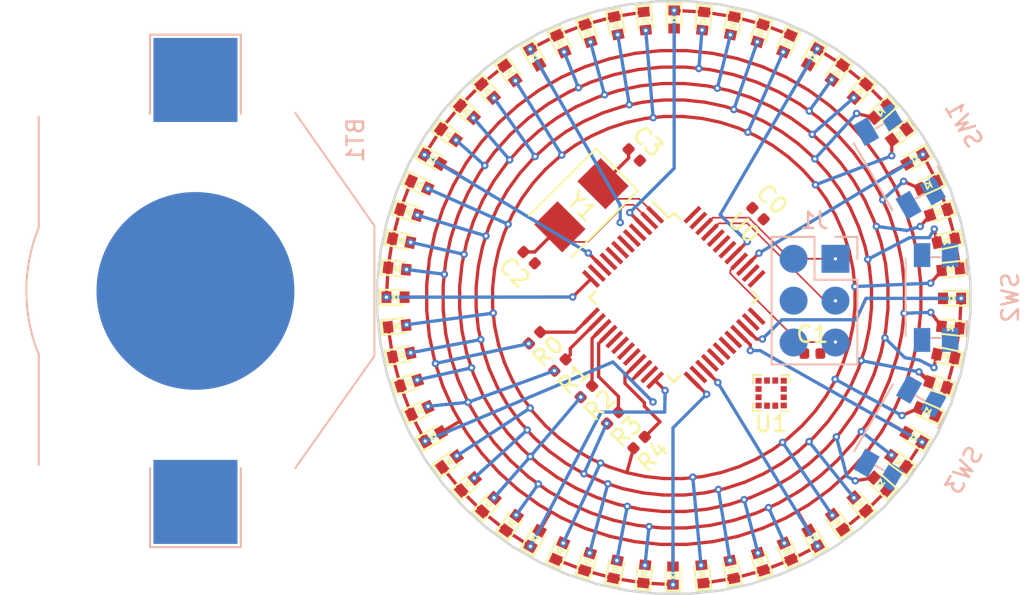
<source format=kicad_pcb>
(kicad_pcb (version 20171130) (host pcbnew 5.1.4-e60b266~84~ubuntu19.04.1)
  (layers (0 F.Cu signal) (31 B.Cu signal) (34 B.Paste user hide) (35 F.Paste user hide) (36 B.SilkS user) (37 F.SilkS user hide) (38 B.Mask user hide) (39 F.Mask user hide) (44 Edge.Cuts user))
  (net 0 "")
  (net 1 M4)
  (net 2 M3)
  (net 3 M1)
  (net 4 "Net-(SW2-Pad2)")
  (net 5 M2)
  (net 6 HOUR)
  (net 7 +BATT)
  (net 8 GND)
  (net 9 XIN)
  (net 10 XOUT)
  (net 11 TWELVE)
  (net 12 ONE)
  (net 13 TWO)
  (net 14 THREE)
  (net 15 FOUR)
  (net 16 FIVE)
  (net 17 SIX)
  (net 18 SEVEN)
  (net 19 EIGHT)
  (net 20 NINE)
  (net 21 TEN)
  (net 22 ELEVEN)
  (net 23 RESET)
  (net 24 SWCLK)
  (net 25 SWDIO)
  (net 26 "Net-(R0-Pad1)")
  (net 27 "Net-(R1-Pad1)")
  (net 28 "Net-(R2-Pad1)")
  (net 29 "Net-(R3-Pad1)")
  (net 30 "Net-(R4-Pad1)")
  (net 31 "Net-(SW1-Pad2)")
  (net 32 "Net-(SW3-Pad2)")
  (module "Custom Footprints:ISP_SMD" (layer B.Cu) (at 159.8 47.65 180)
    (fp_text reference J1 (at 1.27 2.33) (layer B.SilkS) (effects (justify mirror)))
    (fp_text value SWD-PROG-6)
    (pad 6 smd oval (at 2.54 -5.08 180) (size 1.7 1.7) (layers B.Cu B.Paste B.Mask) (net 8 GND))
    (pad 5 smd oval (at 0 -5.08 180) (size 1.7 1.7) (layers B.Cu B.Paste B.Mask) (net 23 RESET))
    (pad 4 smd oval (at 2.54 -2.54 180) (size 1.7 1.7) (layers B.Cu B.Paste B.Mask))
    (pad 3 smd oval (at 0 -2.54 180) (size 1.7 1.7) (layers B.Cu B.Paste B.Mask) (net 24 SWCLK))
    (pad 2 smd oval (at 2.54 0 180) (size 1.7 1.7) (layers B.Cu B.Paste B.Mask) (net 7 +BATT))
    (pad 1 smd rect (at 0 0 180) (size 1.7 1.7) (layers B.Cu B.Paste B.Mask) (net 25 SWDIO))
  )
  (module Battery:BatteryHolder_Keystone_3002_1x2032 (layer B.Cu) (at 121 49.6 270)
    (fp_text reference BT1 (at -9.15 -9.7 90) (layer B.SilkS) (effects (justify mirror)))
    (fp_text value Battery_Cell)
    (pad 2 smd circle (at 0 0 270) (size 12 12) (layers B.Cu B.Mask) (net 8 GND))
    (pad 1 smd rect (at -12.8 0 270) (size 5.1 5.1) (layers B.Cu B.Paste B.Mask) (net 7 +BATT))
    (pad 1 smd rect (at 12.8 0 270) (size 5.1 5.1) (layers B.Cu B.Paste B.Mask) (net 7 +BATT))
  )
  (module Resistor_SMD:R_0402_1005Metric (layer F.Cu) (at 147.9 58.8 225)
    (fp_text reference R4 (at 0 -1.17 45) (layer F.SilkS))
    (fp_text value 220R)
    (pad 2 smd roundrect (at 0.485 0 225) (size 0.59 0.64) (layers F.Cu F.Paste F.Mask) (net 1 M4))
    (pad 1 smd roundrect (at -0.485 0 225) (size 0.59 0.64) (layers F.Cu F.Paste F.Mask) (net 30 "Net-(R4-Pad1)"))
  )
  (module Resistor_SMD:R_0402_1005Metric (layer F.Cu) (at 146.3 57.3 225)
    (fp_text reference R3 (at 0 -1.17 45) (layer F.SilkS))
    (fp_text value 220R)
    (pad 2 smd roundrect (at 0.485 0 225) (size 0.59 0.64) (layers F.Cu F.Paste F.Mask) (net 2 M3))
    (pad 1 smd roundrect (at -0.485 0 225) (size 0.59 0.64) (layers F.Cu F.Paste F.Mask) (net 29 "Net-(R3-Pad1)"))
  )
  (module Resistor_SMD:R_0402_1005Metric (layer F.Cu) (at 144.7 55.7 225)
    (fp_text reference R2 (at 0 -1.17 45) (layer F.SilkS))
    (fp_text value 220R)
    (pad 2 smd roundrect (at 0.485 0 225) (size 0.59 0.64) (layers F.Cu F.Paste F.Mask) (net 5 M2))
    (pad 1 smd roundrect (at -0.485 0 225) (size 0.59 0.64) (layers F.Cu F.Paste F.Mask) (net 28 "Net-(R2-Pad1)"))
  )
  (module Resistor_SMD:R_0402_1005Metric (layer F.Cu) (at 143.1 54.1 225)
    (fp_text reference R1 (at 0 -1.17 45) (layer F.SilkS))
    (fp_text value 220R)
    (pad 2 smd roundrect (at 0.485 0 225) (size 0.59 0.64) (layers F.Cu F.Paste F.Mask) (net 3 M1))
    (pad 1 smd roundrect (at -0.485 0 225) (size 0.59 0.64) (layers F.Cu F.Paste F.Mask) (net 27 "Net-(R1-Pad1)"))
  )
  (module Resistor_SMD:R_0402_1005Metric (layer F.Cu) (at 141.557053 52.442947 225)
    (fp_text reference R0 (at 0 -1.17 45) (layer F.SilkS))
    (fp_text value 220R)
    (pad 2 smd roundrect (at 0.485 0 225) (size 0.59 0.64) (layers F.Cu F.Paste F.Mask) (net 6 HOUR))
    (pad 1 smd roundrect (at -0.485 0 225) (size 0.59 0.64) (layers F.Cu F.Paste F.Mask) (net 26 "Net-(R0-Pad1)"))
  )
  (module "Custom Footprints:LED_0402-Clean" (layer F.Cu) (at 148.24 33.22 276)
    (fp_text reference D59)
    (fp_text value LED_ALT)
    (pad 2 smd rect (at 0.55 0 96) (size 0.6 0.7) (layers F.Cu F.Paste F.Mask) (net 1 M4))
    (pad 1 smd rect (at -0.55 0 96) (size 0.6 0.7) (layers F.Cu F.Paste F.Mask) (net 22 ELEVEN))
  )
  (module "Custom Footprints:LED_0402-Clean" (layer F.Cu) (at 146.5 33.5 282)
    (fp_text reference D58)
    (fp_text value LED_ALT)
    (pad 2 smd rect (at 0.55 0 102) (size 0.6 0.7) (layers F.Cu F.Paste F.Mask) (net 2 M3))
    (pad 1 smd rect (at -0.55 0 102) (size 0.6 0.7) (layers F.Cu F.Paste F.Mask) (net 22 ELEVEN))
  )
  (module "Custom Footprints:LED_0402-Clean" (layer F.Cu) (at 144.79 33.96 288)
    (fp_text reference D57)
    (fp_text value LED_ALT)
    (pad 2 smd rect (at 0.55 0 108) (size 0.6 0.7) (layers F.Cu F.Paste F.Mask) (net 5 M2))
    (pad 1 smd rect (at -0.55 0 108) (size 0.6 0.7) (layers F.Cu F.Paste F.Mask) (net 22 ELEVEN))
  )
  (module "Custom Footprints:LED_0402-Clean" (layer F.Cu) (at 143.143705 34.59245 294)
    (fp_text reference D56)
    (fp_text value LED_ALT)
    (pad 2 smd rect (at 0.55 0 114) (size 0.6 0.7) (layers F.Cu F.Paste F.Mask) (net 3 M1))
    (pad 1 smd rect (at -0.55 0 114) (size 0.6 0.7) (layers F.Cu F.Paste F.Mask) (net 22 ELEVEN))
  )
  (module "Custom Footprints:LED_0402-Clean" (layer F.Cu) (at 141.565 35.403686 300)
    (fp_text reference D55)
    (fp_text value LED_ALT)
    (pad 2 smd rect (at 0.55 0 120) (size 0.6 0.7) (layers F.Cu F.Paste F.Mask) (net 6 HOUR))
    (pad 1 smd rect (at -0.55 0 120) (size 0.6 0.7) (layers F.Cu F.Paste F.Mask) (net 22 ELEVEN))
  )
  (module "Custom Footprints:LED_0402-Clean" (layer F.Cu) (at 140.063282 36.374959 306)
    (fp_text reference D54)
    (fp_text value LED_ALT)
    (pad 2 smd rect (at 0.55 0 126) (size 0.6 0.7) (layers F.Cu F.Paste F.Mask) (net 1 M4))
    (pad 1 smd rect (at -0.55 0 126) (size 0.6 0.7) (layers F.Cu F.Paste F.Mask) (net 21 TEN))
  )
  (module "Custom Footprints:LED_0402-Clean" (layer F.Cu) (at 138.708022 37.46873 312)
    (fp_text reference D53)
    (fp_text value LED_ALT)
    (pad 2 smd rect (at 0.55 0 132) (size 0.6 0.7) (layers F.Cu F.Paste F.Mask) (net 2 M3))
    (pad 1 smd rect (at -0.55 0 132) (size 0.6 0.7) (layers F.Cu F.Paste F.Mask) (net 21 TEN))
  )
  (module "Custom Footprints:LED_0402-Clean" (layer F.Cu) (at 137.45873 38.728022 318)
    (fp_text reference D52)
    (fp_text value LED_ALT)
    (pad 2 smd rect (at 0.55 0 138) (size 0.6 0.7) (layers F.Cu F.Paste F.Mask) (net 5 M2))
    (pad 1 smd rect (at -0.55 0 138) (size 0.6 0.7) (layers F.Cu F.Paste F.Mask) (net 21 TEN))
  )
  (module "Custom Footprints:LED_0402-Clean" (layer F.Cu) (at 136.334959 40.113282 324)
    (fp_text reference D51)
    (fp_text value LED_ALT)
    (pad 2 smd rect (at 0.55 0 144) (size 0.6 0.7) (layers F.Cu F.Paste F.Mask) (net 3 M1))
    (pad 1 smd rect (at -0.55 0 144) (size 0.6 0.7) (layers F.Cu F.Paste F.Mask) (net 21 TEN))
  )
  (module "Custom Footprints:LED_0402-Clean" (layer F.Cu) (at 135.366314 41.615 330)
    (fp_text reference D50)
    (fp_text value LED_ALT)
    (pad 2 smd rect (at 0.55 0 150) (size 0.6 0.7) (layers F.Cu F.Paste F.Mask) (net 6 HOUR))
    (pad 1 smd rect (at -0.55 0 150) (size 0.6 0.7) (layers F.Cu F.Paste F.Mask) (net 21 TEN))
  )
  (module "Custom Footprints:LED_0402-Clean" (layer F.Cu) (at 134.58 43.16 336)
    (fp_text reference D49)
    (fp_text value LED_ALT)
    (pad 2 smd rect (at 0.55 0 156) (size 0.6 0.7) (layers F.Cu F.Paste F.Mask) (net 1 M4))
    (pad 1 smd rect (at -0.55 0 156) (size 0.6 0.7) (layers F.Cu F.Paste F.Mask) (net 20 NINE))
  )
  (module "Custom Footprints:LED_0402-Clean" (layer F.Cu) (at 133.943081 44.829959 342)
    (fp_text reference D48)
    (fp_text value LED_ALT)
    (pad 2 smd rect (at 0.55 0 162) (size 0.6 0.7) (layers F.Cu F.Paste F.Mask) (net 2 M3))
    (pad 1 smd rect (at -0.55 0 162) (size 0.6 0.7) (layers F.Cu F.Paste F.Mask) (net 20 NINE))
  )
  (module "Custom Footprints:LED_0402-Clean" (layer F.Cu) (at 133.487981 46.544351 348)
    (fp_text reference D47)
    (fp_text value LED_ALT)
    (pad 2 smd rect (at 0.55 0 168) (size 0.6 0.7) (layers F.Cu F.Paste F.Mask) (net 5 M2))
    (pad 1 smd rect (at -0.55 0 168) (size 0.6 0.7) (layers F.Cu F.Paste F.Mask) (net 20 NINE))
  )
  (module "Custom Footprints:LED_0402-Clean" (layer F.Cu) (at 133.226987 48.247491 354)
    (fp_text reference D46)
    (fp_text value LED_ALT)
    (pad 2 smd rect (at 0.55 0 174) (size 0.6 0.7) (layers F.Cu F.Paste F.Mask) (net 3 M1))
    (pad 1 smd rect (at -0.55 0 174) (size 0.6 0.7) (layers F.Cu F.Paste F.Mask) (net 20 NINE))
  )
  (module "Custom Footprints:LED_0402-Clean" (layer F.Cu) (at 133.13 49.98)
    (fp_text reference D45)
    (fp_text value LED_ALT)
    (pad 2 smd rect (at 0.55 0 180) (size 0.6 0.7) (layers F.Cu F.Paste F.Mask) (net 6 HOUR))
    (pad 1 smd rect (at -0.55 0 180) (size 0.6 0.7) (layers F.Cu F.Paste F.Mask) (net 20 NINE))
  )
  (module "Custom Footprints:LED_0402-Clean" (layer F.Cu) (at 133.226987 51.732509 6)
    (fp_text reference D44)
    (fp_text value LED_ALT)
    (pad 2 smd rect (at 0.55 0 186) (size 0.6 0.7) (layers F.Cu F.Paste F.Mask) (net 1 M4))
    (pad 1 smd rect (at -0.55 0 186) (size 0.6 0.7) (layers F.Cu F.Paste F.Mask) (net 19 EIGHT))
  )
  (module "Custom Footprints:LED_0402-Clean" (layer F.Cu) (at 133.497981 53.485649 12)
    (fp_text reference D43)
    (fp_text value LED_ALT)
    (pad 2 smd rect (at 0.55 0 192) (size 0.6 0.7) (layers F.Cu F.Paste F.Mask) (net 2 M3))
    (pad 1 smd rect (at -0.55 0 192) (size 0.6 0.7) (layers F.Cu F.Paste F.Mask) (net 19 EIGHT))
  )
  (module "Custom Footprints:LED_0402-Clean" (layer F.Cu) (at 133.953081 55.190041 18)
    (fp_text reference D42)
    (fp_text value LED_ALT)
    (pad 2 smd rect (at 0.55 0 198) (size 0.6 0.7) (layers F.Cu F.Paste F.Mask) (net 5 M2))
    (pad 1 smd rect (at -0.55 0 198) (size 0.6 0.7) (layers F.Cu F.Paste F.Mask) (net 19 EIGHT))
  )
  (module "Custom Footprints:LED_0402-Clean" (layer F.Cu) (at 134.59245 56.866295 24)
    (fp_text reference D41)
    (fp_text value LED_ALT)
    (pad 2 smd rect (at 0.55 0 204) (size 0.6 0.7) (layers F.Cu F.Paste F.Mask) (net 3 M1))
    (pad 1 smd rect (at -0.55 0 204) (size 0.6 0.7) (layers F.Cu F.Paste F.Mask) (net 19 EIGHT))
  )
  (module "Custom Footprints:LED_0402-Clean" (layer F.Cu) (at 135.406314 58.455 30)
    (fp_text reference D40)
    (fp_text value LED_ALT)
    (pad 2 smd rect (at 0.55 0 210) (size 0.6 0.7) (layers F.Cu F.Paste F.Mask) (net 6 HOUR))
    (pad 1 smd rect (at -0.55 0 210) (size 0.6 0.7) (layers F.Cu F.Paste F.Mask) (net 19 EIGHT))
  )
  (module "Custom Footprints:LED_0402-Clean" (layer F.Cu) (at 136.394959 59.966718 36)
    (fp_text reference D39)
    (fp_text value LED_ALT)
    (pad 2 smd rect (at 0.55 0 216) (size 0.6 0.7) (layers F.Cu F.Paste F.Mask) (net 1 M4))
    (pad 1 smd rect (at -0.55 0 216) (size 0.6 0.7) (layers F.Cu F.Paste F.Mask) (net 18 SEVEN))
  )
  (module "Custom Footprints:LED_0402-Clean" (layer F.Cu) (at 137.52 61.34 42)
    (fp_text reference D38)
    (fp_text value LED_ALT)
    (pad 2 smd rect (at 0.55 0 222) (size 0.6 0.7) (layers F.Cu F.Paste F.Mask) (net 2 M3))
    (pad 1 smd rect (at -0.55 0 222) (size 0.6 0.7) (layers F.Cu F.Paste F.Mask) (net 18 SEVEN))
  )
  (module "Custom Footprints:LED_0402-Clean" (layer F.Cu) (at 138.76 62.57 48)
    (fp_text reference D37)
    (fp_text value LED_ALT)
    (pad 2 smd rect (at 0.55 0 228) (size 0.6 0.7) (layers F.Cu F.Paste F.Mask) (net 5 M2))
    (pad 1 smd rect (at -0.55 0 228) (size 0.6 0.7) (layers F.Cu F.Paste F.Mask) (net 18 SEVEN))
  )
  (module "Custom Footprints:LED_0402-Clean" (layer F.Cu) (at 140.15 63.69 54)
    (fp_text reference D36)
    (fp_text value LED_ALT)
    (pad 2 smd rect (at 0.55 0 234) (size 0.6 0.7) (layers F.Cu F.Paste F.Mask) (net 3 M1))
    (pad 1 smd rect (at -0.55 0 234) (size 0.6 0.7) (layers F.Cu F.Paste F.Mask) (net 18 SEVEN))
  )
  (module "Custom Footprints:LED_0402-Clean" (layer F.Cu) (at 141.585 64.623686 60)
    (fp_text reference D35)
    (fp_text value LED_ALT)
    (pad 2 smd rect (at 0.55 0 240) (size 0.6 0.7) (layers F.Cu F.Paste F.Mask) (net 6 HOUR))
    (pad 1 smd rect (at -0.55 0 240) (size 0.6 0.7) (layers F.Cu F.Paste F.Mask) (net 18 SEVEN))
  )
  (module "Custom Footprints:LED_0402-Clean" (layer F.Cu) (at 143.073705 65.38755 66)
    (fp_text reference D34)
    (fp_text value LED_ALT)
    (pad 2 smd rect (at 0.55 0 246) (size 0.6 0.7) (layers F.Cu F.Paste F.Mask) (net 1 M4))
    (pad 1 smd rect (at -0.55 0 246) (size 0.6 0.7) (layers F.Cu F.Paste F.Mask) (net 17 SIX))
  )
  (module "Custom Footprints:LED_0402-Clean" (layer F.Cu) (at 144.759959 66.036919 72)
    (fp_text reference D33)
    (fp_text value LED_ALT)
    (pad 2 smd rect (at 0.55 0 252) (size 0.6 0.7) (layers F.Cu F.Paste F.Mask) (net 2 M3))
    (pad 1 smd rect (at -0.55 0 252) (size 0.6 0.7) (layers F.Cu F.Paste F.Mask) (net 17 SIX))
  )
  (module "Custom Footprints:LED_0402-Clean" (layer F.Cu) (at 146.454351 66.492019 78)
    (fp_text reference D32)
    (fp_text value LED_ALT)
    (pad 2 smd rect (at 0.55 0 258) (size 0.6 0.7) (layers F.Cu F.Paste F.Mask) (net 5 M2))
    (pad 1 smd rect (at -0.55 0 258) (size 0.6 0.7) (layers F.Cu F.Paste F.Mask) (net 17 SIX))
  )
  (module "Custom Footprints:LED_0402-Clean" (layer F.Cu) (at 148.207491 66.773013 84)
    (fp_text reference D31)
    (fp_text value LED_ALT)
    (pad 2 smd rect (at 0.55 0 264) (size 0.6 0.7) (layers F.Cu F.Paste F.Mask) (net 3 M1))
    (pad 1 smd rect (at -0.55 0 264) (size 0.6 0.7) (layers F.Cu F.Paste F.Mask) (net 17 SIX))
  )
  (module "Custom Footprints:LED_0402-Clean" (layer F.Cu) (at 149.95 66.87 90)
    (fp_text reference D30)
    (fp_text value LED_ALT)
    (pad 2 smd rect (at 0.55 0 270) (size 0.6 0.7) (layers F.Cu F.Paste F.Mask) (net 6 HOUR))
    (pad 1 smd rect (at -0.55 0 270) (size 0.6 0.7) (layers F.Cu F.Paste F.Mask) (net 17 SIX))
  )
  (module "Custom Footprints:LED_0402-Clean" (layer F.Cu) (at 151.732509 66.783013 96)
    (fp_text reference D29)
    (fp_text value LED_ALT)
    (pad 2 smd rect (at 0.55 0 276) (size 0.6 0.7) (layers F.Cu F.Paste F.Mask) (net 1 M4))
    (pad 1 smd rect (at -0.55 0 276) (size 0.6 0.7) (layers F.Cu F.Paste F.Mask) (net 16 FIVE))
  )
  (module "Custom Footprints:LED_0402-Clean" (layer F.Cu) (at 153.52 66.5 102)
    (fp_text reference D28)
    (fp_text value LED_ALT)
    (pad 2 smd rect (at 0.55 0 282) (size 0.6 0.7) (layers F.Cu F.Paste F.Mask) (net 2 M3))
    (pad 1 smd rect (at -0.55 0 282) (size 0.6 0.7) (layers F.Cu F.Paste F.Mask) (net 16 FIVE))
  )
  (module "Custom Footprints:LED_0402-Clean" (layer F.Cu) (at 155.260041 66.026919 108)
    (fp_text reference D27)
    (fp_text value LED_ALT)
    (pad 2 smd rect (at 0.55 0 288) (size 0.6 0.7) (layers F.Cu F.Paste F.Mask) (net 5 M2))
    (pad 1 smd rect (at -0.55 0 288) (size 0.6 0.7) (layers F.Cu F.Paste F.Mask) (net 16 FIVE))
  )
  (module "Custom Footprints:LED_0402-Clean" (layer F.Cu) (at 156.89 65.4 114)
    (fp_text reference D26)
    (fp_text value LED_ALT)
    (pad 2 smd rect (at 0.55 0 294) (size 0.6 0.7) (layers F.Cu F.Paste F.Mask) (net 3 M1))
    (pad 1 smd rect (at -0.55 0 294) (size 0.6 0.7) (layers F.Cu F.Paste F.Mask) (net 16 FIVE))
  )
  (module "Custom Footprints:LED_0402-Clean" (layer F.Cu) (at 158.445 64.603686 120)
    (fp_text reference D25)
    (fp_text value LED_ALT)
    (pad 2 smd rect (at 0.55 0 300) (size 0.6 0.7) (layers F.Cu F.Paste F.Mask) (net 6 HOUR))
    (pad 1 smd rect (at -0.55 0 300) (size 0.6 0.7) (layers F.Cu F.Paste F.Mask) (net 16 FIVE))
  )
  (module "Custom Footprints:LED_0402-Clean" (layer F.Cu) (at 159.926718 63.635041 126)
    (fp_text reference D24)
    (fp_text value LED_ALT)
    (pad 2 smd rect (at 0.55 0 306) (size 0.6 0.7) (layers F.Cu F.Paste F.Mask) (net 1 M4))
    (pad 1 smd rect (at -0.55 0 306) (size 0.6 0.7) (layers F.Cu F.Paste F.Mask) (net 15 FOUR))
  )
  (module "Custom Footprints:LED_0402-Clean" (layer F.Cu) (at 161.281978 62.54127 132)
    (fp_text reference D23)
    (fp_text value LED_ALT)
    (pad 2 smd rect (at 0.55 0 312) (size 0.6 0.7) (layers F.Cu F.Paste F.Mask) (net 2 M3))
    (pad 1 smd rect (at -0.55 0 312) (size 0.6 0.7) (layers F.Cu F.Paste F.Mask) (net 15 FOUR))
  )
  (module "Custom Footprints:LED_0402-Clean" (layer F.Cu) (at 162.53127 61.301978 138)
    (fp_text reference D22)
    (fp_text value LED_ALT)
    (pad 2 smd rect (at 0.55 0 318) (size 0.6 0.7) (layers F.Cu F.Paste F.Mask) (net 5 M2))
    (pad 1 smd rect (at -0.55 0 318) (size 0.6 0.7) (layers F.Cu F.Paste F.Mask) (net 15 FOUR))
  )
  (module "Custom Footprints:LED_0402-Clean" (layer F.Cu) (at 163.625041 59.946718 144)
    (fp_text reference D21)
    (fp_text value LED_ALT)
    (pad 2 smd rect (at 0.55 0 324) (size 0.6 0.7) (layers F.Cu F.Paste F.Mask) (net 3 M1))
    (pad 1 smd rect (at -0.55 0 324) (size 0.6 0.7) (layers F.Cu F.Paste F.Mask) (net 15 FOUR))
  )
  (module "Custom Footprints:LED_0402-Clean" (layer F.Cu) (at 164.573686 58.495 150)
    (fp_text reference D20)
    (fp_text value LED_ALT)
    (pad 2 smd rect (at 0.55 0 330) (size 0.6 0.7) (layers F.Cu F.Paste F.Mask) (net 6 HOUR))
    (pad 1 smd rect (at -0.55 0 330) (size 0.6 0.7) (layers F.Cu F.Paste F.Mask) (net 15 FOUR))
  )
  (module "Custom Footprints:LED_0402-Clean" (layer F.Cu) (at 165.37755 56.926295 156)
    (fp_text reference D19)
    (fp_text value LED_ALT)
    (pad 2 smd rect (at 0.55 0 336) (size 0.6 0.7) (layers F.Cu F.Paste F.Mask) (net 1 M4))
    (pad 1 smd rect (at -0.55 0 336) (size 0.6 0.7) (layers F.Cu F.Paste F.Mask) (net 14 THREE))
  )
  (module "Custom Footprints:LED_0402-Clean" (layer F.Cu) (at 166.016919 55.290041 162)
    (fp_text reference D18)
    (fp_text value LED_ALT)
    (pad 2 smd rect (at 0.55 0 342) (size 0.6 0.7) (layers F.Cu F.Paste F.Mask) (net 2 M3))
    (pad 1 smd rect (at -0.55 0 342) (size 0.6 0.7) (layers F.Cu F.Paste F.Mask) (net 14 THREE))
  )
  (module "Custom Footprints:LED_0402-Clean" (layer F.Cu) (at 166.492019 53.555649 168)
    (fp_text reference D17)
    (fp_text value LED_ALT)
    (pad 2 smd rect (at 0.55 0 348) (size 0.6 0.7) (layers F.Cu F.Paste F.Mask) (net 5 M2))
    (pad 1 smd rect (at -0.55 0 348) (size 0.6 0.7) (layers F.Cu F.Paste F.Mask) (net 14 THREE))
  )
  (module "Custom Footprints:LED_0402-Clean" (layer F.Cu) (at 166.773013 51.812509 174)
    (fp_text reference D16)
    (fp_text value LED_ALT)
    (pad 2 smd rect (at 0.55 0 354) (size 0.6 0.7) (layers F.Cu F.Paste F.Mask) (net 3 M1))
    (pad 1 smd rect (at -0.55 0 354) (size 0.6 0.7) (layers F.Cu F.Paste F.Mask) (net 14 THREE))
  )
  (module "Custom Footprints:LED_0402-Clean" (layer F.Cu) (at 166.87 50.05 180)
    (fp_text reference D15)
    (fp_text value LED_ALT)
    (pad 2 smd rect (at 0.55 0) (size 0.6 0.7) (layers F.Cu F.Paste F.Mask) (net 6 HOUR))
    (pad 1 smd rect (at -0.55 0) (size 0.6 0.7) (layers F.Cu F.Paste F.Mask) (net 14 THREE))
  )
  (module "Custom Footprints:LED_0402-Clean" (layer F.Cu) (at 166.783013 48.297491 186)
    (fp_text reference D14)
    (fp_text value LED_ALT)
    (pad 2 smd rect (at 0.55 0 6) (size 0.6 0.7) (layers F.Cu F.Paste F.Mask) (net 1 M4))
    (pad 1 smd rect (at -0.55 0 6) (size 0.6 0.7) (layers F.Cu F.Paste F.Mask) (net 13 TWO))
  )
  (module "Custom Footprints:LED_0402-Clean" (layer F.Cu) (at 166.512019 46.554351 192)
    (fp_text reference D13)
    (fp_text value LED_ALT)
    (pad 2 smd rect (at 0.55 0 12) (size 0.6 0.7) (layers F.Cu F.Paste F.Mask) (net 2 M3))
    (pad 1 smd rect (at -0.55 0 12) (size 0.6 0.7) (layers F.Cu F.Paste F.Mask) (net 13 TWO))
  )
  (module "Custom Footprints:LED_0402-Clean" (layer F.Cu) (at 166.056919 44.829959 198)
    (fp_text reference D12)
    (fp_text value LED_ALT)
    (pad 2 smd rect (at 0.55 0 18) (size 0.6 0.7) (layers F.Cu F.Paste F.Mask) (net 5 M2))
    (pad 1 smd rect (at -0.55 0 18) (size 0.6 0.7) (layers F.Cu F.Paste F.Mask) (net 13 TWO))
  )
  (module "Custom Footprints:LED_0402-Clean" (layer F.Cu) (at 165.43 43.18 204)
    (fp_text reference D11)
    (fp_text value LED_ALT)
    (pad 2 smd rect (at 0.55 0 24) (size 0.6 0.7) (layers F.Cu F.Paste F.Mask) (net 3 M1))
    (pad 1 smd rect (at -0.55 0 24) (size 0.6 0.7) (layers F.Cu F.Paste F.Mask) (net 13 TWO))
  )
  (module "Custom Footprints:LED_0402-Clean" (layer F.Cu) (at 164.623686 41.595 210)
    (fp_text reference D10)
    (fp_text value LED_ALT)
    (pad 2 smd rect (at 0.55 0 30) (size 0.6 0.7) (layers F.Cu F.Paste F.Mask) (net 6 HOUR))
    (pad 1 smd rect (at -0.55 0 30) (size 0.6 0.7) (layers F.Cu F.Paste F.Mask) (net 13 TWO))
  )
  (module "Custom Footprints:LED_0402-Clean" (layer F.Cu) (at 163.665041 40.113282 216)
    (fp_text reference D9)
    (fp_text value LED_ALT)
    (pad 2 smd rect (at 0.55 0 36) (size 0.6 0.7) (layers F.Cu F.Paste F.Mask) (net 1 M4))
    (pad 1 smd rect (at -0.55 0 36) (size 0.6 0.7) (layers F.Cu F.Paste F.Mask) (net 12 ONE))
  )
  (module "Custom Footprints:LED_0402-Clean" (layer F.Cu) (at 162.55127 38.728022 222)
    (fp_text reference D8)
    (fp_text value LED_ALT)
    (pad 2 smd rect (at 0.55 0 42) (size 0.6 0.7) (layers F.Cu F.Paste F.Mask) (net 2 M3))
    (pad 1 smd rect (at -0.55 0 42) (size 0.6 0.7) (layers F.Cu F.Paste F.Mask) (net 12 ONE))
  )
  (module "Custom Footprints:LED_0402-Clean" (layer F.Cu) (at 161.291978 37.46873 228)
    (fp_text reference D7)
    (fp_text value LED_ALT)
    (pad 2 smd rect (at 0.55 0 48) (size 0.6 0.7) (layers F.Cu F.Paste F.Mask) (net 5 M2))
    (pad 1 smd rect (at -0.55 0 48) (size 0.6 0.7) (layers F.Cu F.Paste F.Mask) (net 12 ONE))
  )
  (module "Custom Footprints:LED_0402-Clean" (layer F.Cu) (at 159.91 36.35 234)
    (fp_text reference D6)
    (fp_text value LED_ALT)
    (pad 2 smd rect (at 0.55 0 54) (size 0.6 0.7) (layers F.Cu F.Paste F.Mask) (net 3 M1))
    (pad 1 smd rect (at -0.55 0 54) (size 0.6 0.7) (layers F.Cu F.Paste F.Mask) (net 12 ONE))
  )
  (module "Custom Footprints:LED_0402-Clean" (layer F.Cu) (at 158.425 35.386314 240)
    (fp_text reference D5)
    (fp_text value LED_ALT)
    (pad 2 smd rect (at 0.55 0 60) (size 0.6 0.7) (layers F.Cu F.Paste F.Mask) (net 6 HOUR))
    (pad 1 smd rect (at -0.55 0 60) (size 0.6 0.7) (layers F.Cu F.Paste F.Mask) (net 12 ONE))
  )
  (module "Custom Footprints:LED_0402-Clean" (layer F.Cu) (at 156.86 34.59 246)
    (fp_text reference D4)
    (fp_text value LED_ALT)
    (pad 2 smd rect (at 0.55 0 66) (size 0.6 0.7) (layers F.Cu F.Paste F.Mask) (net 1 M4))
    (pad 1 smd rect (at -0.55 0 66) (size 0.6 0.7) (layers F.Cu F.Paste F.Mask) (net 11 TWELVE))
  )
  (module "Custom Footprints:LED_0402-Clean" (layer F.Cu) (at 155.240041 33.963081 252)
    (fp_text reference D3)
    (fp_text value LED_ALT)
    (pad 2 smd rect (at 0.55 0 72) (size 0.6 0.7) (layers F.Cu F.Paste F.Mask) (net 2 M3))
    (pad 1 smd rect (at -0.55 0 72) (size 0.6 0.7) (layers F.Cu F.Paste F.Mask) (net 11 TWELVE))
  )
  (module "Custom Footprints:LED_0402-Clean" (layer F.Cu) (at 153.55 33.51 258)
    (fp_text reference D2)
    (fp_text value LED_ALT)
    (pad 2 smd rect (at 0.55 0 78) (size 0.6 0.7) (layers F.Cu F.Paste F.Mask) (net 5 M2))
    (pad 1 smd rect (at -0.55 0 78) (size 0.6 0.7) (layers F.Cu F.Paste F.Mask) (net 11 TWELVE))
  )
  (module "Custom Footprints:LED_0402-Clean" (layer F.Cu) (at 151.782509 33.226987 264)
    (fp_text reference D1)
    (fp_text value LED_ALT)
    (pad 2 smd rect (at 0.55 0 84) (size 0.6 0.7) (layers F.Cu F.Paste F.Mask) (net 3 M1))
    (pad 1 smd rect (at -0.55 0 84) (size 0.6 0.7) (layers F.Cu F.Paste F.Mask) (net 11 TWELVE))
  )
  (module "Custom Footprints:LED_0402-Clean" (layer F.Cu) (at 150.02 33.13 270)
    (fp_text reference D0)
    (fp_text value LED_ALT)
    (pad 2 smd rect (at 0.55 0 90) (size 0.6 0.7) (layers F.Cu F.Paste F.Mask) (net 6 HOUR))
    (pad 1 smd rect (at -0.55 0 90) (size 0.6 0.7) (layers F.Cu F.Paste F.Mask) (net 11 TWELVE))
  )
  (module Capacitor_SMD:C_0402_1005Metric (layer F.Cu) (at 155.1 44.91 135)
    (fp_text reference C0 (at 0.007071 1.209153 135) (layer F.SilkS))
    (fp_text value 0.1uF)
    (pad 1 smd roundrect (at -0.485 0 135) (size 0.59 0.64) (layers F.Cu F.Paste F.Mask) (net 8 GND))
    (pad 2 smd roundrect (at 0.485 0 135) (size 0.59 0.64) (layers F.Cu F.Paste F.Mask) (net 7 +BATT))
  )
  (module Capacitor_SMD:C_0402_1005Metric (layer F.Cu) (at 147.6 41.35 315)
    (fp_text reference C3 (at 0 -1.17 135) (layer F.SilkS))
    (fp_text value 12pF)
    (pad 2 smd roundrect (at 0.485 0 315) (size 0.59 0.64) (layers F.Cu F.Paste F.Mask) (net 8 GND))
    (pad 1 smd roundrect (at -0.485 0 315) (size 0.59 0.64) (layers F.Cu F.Paste F.Mask) (net 9 XIN))
  )
  (module Capacitor_SMD:C_0402_1005Metric (layer F.Cu) (at 141.23 47.58 315)
    (fp_text reference C2 (at 0.007071 1.265721 135) (layer F.SilkS))
    (fp_text value 12pF)
    (pad 1 smd roundrect (at -0.485 0 315) (size 0.59 0.64) (layers F.Cu F.Paste F.Mask) (net 10 XOUT))
    (pad 2 smd roundrect (at 0.485 0 315) (size 0.59 0.64) (layers F.Cu F.Paste F.Mask) (net 8 GND))
  )
  (module Capacitor_SMD:C_0402_1005Metric (layer F.Cu) (at 158.4 53.4)
    (fp_text reference C1 (at 0 -1.17) (layer F.SilkS))
    (fp_text value C_Small)
    (pad 1 smd roundrect (at -0.485 0) (size 0.59 0.64) (layers F.Cu F.Paste F.Mask) (net 7 +BATT))
    (pad 2 smd roundrect (at 0.485 0) (size 0.59 0.64) (layers F.Cu F.Paste F.Mask) (net 8 GND))
  )
  (module Button_Switch_SMD:Panasonic_EVQPUK_EVQPUB (layer B.Cu) (at 163.68 41.74 120)
    (fp_text reference SW1 (at 0 4.5 -60) (layer B.SilkS) (effects (justify mirror)))
    (fp_text value UP)
    (pad 1 smd rect (at 2.575 0.85 300) (size 1.45 1) (layers B.Cu B.Paste B.Mask) (net 8 GND))
    (pad 1 smd rect (at -2.575 0.85 300) (size 1.45 1) (layers B.Cu B.Paste B.Mask) (net 8 GND))
    (pad 2 smd rect (at -2.575 -0.85 300) (size 1.45 1) (layers B.Cu B.Paste B.Mask) (net 31 "Net-(SW1-Pad2)"))
    (pad 2 smd rect (at 2.575 -0.85 300) (size 1.45 1) (layers B.Cu B.Paste B.Mask) (net 31 "Net-(SW1-Pad2)"))
  )
  (module Button_Switch_SMD:Panasonic_EVQPUK_EVQPUB (layer B.Cu) (at 165.9 50 90)
    (fp_text reference SW2 (at 0 4.5 -90) (layer B.SilkS) (effects (justify mirror)))
    (fp_text value OK)
    (pad 1 smd rect (at 2.575 0.85 270) (size 1.45 1) (layers B.Cu B.Paste B.Mask) (net 8 GND))
    (pad 1 smd rect (at -2.575 0.85 270) (size 1.45 1) (layers B.Cu B.Paste B.Mask) (net 8 GND))
    (pad 2 smd rect (at -2.575 -0.85 270) (size 1.45 1) (layers B.Cu B.Paste B.Mask) (net 4 "Net-(SW2-Pad2)"))
    (pad 2 smd rect (at 2.575 -0.85 270) (size 1.45 1) (layers B.Cu B.Paste B.Mask) (net 4 "Net-(SW2-Pad2)"))
  )
  (module Button_Switch_SMD:Panasonic_EVQPUK_EVQPUB (layer B.Cu) (at 163.71 58.23 60)
    (fp_text reference SW3 (at 0 4.5 240) (layer B.SilkS) (effects (justify mirror)))
    (fp_text value DOWN)
    (pad 2 smd rect (at 2.575 -0.85 240) (size 1.45 1) (layers B.Cu B.Paste B.Mask) (net 32 "Net-(SW3-Pad2)"))
    (pad 2 smd rect (at -2.575 -0.85 240) (size 1.45 1) (layers B.Cu B.Paste B.Mask) (net 32 "Net-(SW3-Pad2)"))
    (pad 1 smd rect (at -2.575 0.85 240) (size 1.45 1) (layers B.Cu B.Paste B.Mask) (net 8 GND))
    (pad 1 smd rect (at 2.575 0.85 240) (size 1.45 1) (layers B.Cu B.Paste B.Mask) (net 8 GND))
  )
  (module Package_LGA:LGA-12_2x2mm_P0.5mm (layer F.Cu) (at 155.9 55.8 180)
    (fp_text reference U1 (at 0 -1.85) (layer F.SilkS))
    (fp_text value BMA250E)
    (pad 2 smd rect (at -0.7625 -0.25 180) (size 0.375 0.35) (layers F.Cu F.Paste F.Mask))
    (pad 3 smd rect (at -0.7625 0.25 180) (size 0.375 0.35) (layers F.Cu F.Paste F.Mask) (net 7 +BATT))
    (pad 9 smd rect (at 0.7625 -0.25 180) (size 0.375 0.35) (layers F.Cu F.Paste F.Mask) (net 8 GND))
    (pad 8 smd rect (at 0.7625 0.25 180) (size 0.375 0.35) (layers F.Cu F.Paste F.Mask) (net 8 GND))
    (pad 4 smd rect (at -0.7625 0.75 180) (size 0.375 0.35) (layers F.Cu F.Paste F.Mask) (net 8 GND))
    (pad 7 smd rect (at 0.7625 0.75 180) (size 0.375 0.35) (layers F.Cu F.Paste F.Mask) (net 7 +BATT))
    (pad 1 smd rect (at -0.7625 -0.75 180) (size 0.375 0.35) (layers F.Cu F.Paste F.Mask))
    (pad 10 smd rect (at 0.7625 -0.75 180) (size 0.375 0.35) (layers F.Cu F.Paste F.Mask))
    (pad 5 smd rect (at -0.25 0.7625 270) (size 0.375 0.35) (layers F.Cu F.Paste F.Mask))
    (pad 6 smd rect (at 0.25 0.7625 270) (size 0.375 0.35) (layers F.Cu F.Paste F.Mask))
    (pad 11 smd rect (at 0.25 -0.7625 270) (size 0.375 0.35) (layers F.Cu F.Paste F.Mask))
    (pad 12 smd rect (at -0.25 -0.7625 270) (size 0.375 0.35) (layers F.Cu F.Paste F.Mask))
  )
  (module Crystal:Crystal_SMD_5032-2Pin_5.0x3.2mm (layer F.Cu) (at 144.4 44.4 225)
    (fp_text reference Y1 (at 0.028284 -0.070711 135) (layer F.SilkS))
    (fp_text value 32.768KHz)
    (pad 1 smd rect (at -1.85 0 225) (size 2 2.4) (layers F.Cu F.Paste F.Mask) (net 9 XIN))
    (pad 2 smd rect (at 1.85 0 225) (size 2 2.4) (layers F.Cu F.Paste F.Mask) (net 10 XOUT))
  )
  (module Package_QFP:TQFP-48_7x7mm_P0.5mm (layer F.Cu) (at 150 50 315)
    (fp_text reference U0 (at 0 -6 135) (layer F.SilkS))
    (fp_text value ATSAMD21G18A-AUT)
    (pad 1 smd rect (at -4.35 -2.75 315) (size 1.3 0.25) (layers F.Cu F.Paste F.Mask) (net 9 XIN))
    (pad 2 smd rect (at -4.35 -2.25 315) (size 1.3 0.25) (layers F.Cu F.Paste F.Mask) (net 10 XOUT))
    (pad 3 smd rect (at -4.35 -1.75 315) (size 1.3 0.25) (layers F.Cu F.Paste F.Mask) (net 11 TWELVE))
    (pad 4 smd rect (at -4.35 -1.25 315) (size 1.3 0.25) (layers F.Cu F.Paste F.Mask) (net 22 ELEVEN))
    (pad 5 smd rect (at -4.35 -0.75 315) (size 1.3 0.25) (layers F.Cu F.Paste F.Mask) (net 8 GND))
    (pad 6 smd rect (at -4.35 -0.25 315) (size 1.3 0.25) (layers F.Cu F.Paste F.Mask) (net 7 +BATT))
    (pad 7 smd rect (at -4.35 0.25 315) (size 1.3 0.25) (layers F.Cu F.Paste F.Mask))
    (pad 8 smd rect (at -4.35 0.75 315) (size 1.3 0.25) (layers F.Cu F.Paste F.Mask))
    (pad 9 smd rect (at -4.35 1.25 315) (size 1.3 0.25) (layers F.Cu F.Paste F.Mask))
    (pad 10 smd rect (at -4.35 1.75 315) (size 1.3 0.25) (layers F.Cu F.Paste F.Mask) (net 21 TEN))
    (pad 11 smd rect (at -4.35 2.25 315) (size 1.3 0.25) (layers F.Cu F.Paste F.Mask))
    (pad 12 smd rect (at -4.35 2.75 315) (size 1.3 0.25) (layers F.Cu F.Paste F.Mask) (net 20 NINE))
    (pad 13 smd rect (at -2.75 4.35 45) (size 1.3 0.25) (layers F.Cu F.Paste F.Mask) (net 26 "Net-(R0-Pad1)"))
    (pad 14 smd rect (at -2.25 4.35 45) (size 1.3 0.25) (layers F.Cu F.Paste F.Mask) (net 27 "Net-(R1-Pad1)"))
    (pad 15 smd rect (at -1.75 4.35 45) (size 1.3 0.25) (layers F.Cu F.Paste F.Mask) (net 28 "Net-(R2-Pad1)"))
    (pad 16 smd rect (at -1.25 4.35 45) (size 1.3 0.25) (layers F.Cu F.Paste F.Mask) (net 29 "Net-(R3-Pad1)"))
    (pad 17 smd rect (at -0.75 4.35 45) (size 1.3 0.25) (layers F.Cu F.Paste F.Mask) (net 7 +BATT))
    (pad 18 smd rect (at -0.25 4.35 45) (size 1.3 0.25) (layers F.Cu F.Paste F.Mask) (net 8 GND))
    (pad 19 smd rect (at 0.25 4.35 45) (size 1.3 0.25) (layers F.Cu F.Paste F.Mask))
    (pad 20 smd rect (at 0.75 4.35 45) (size 1.3 0.25) (layers F.Cu F.Paste F.Mask))
    (pad 21 smd rect (at 1.25 4.35 45) (size 1.3 0.25) (layers F.Cu F.Paste F.Mask) (net 30 "Net-(R4-Pad1)"))
    (pad 22 smd rect (at 1.75 4.35 45) (size 1.3 0.25) (layers F.Cu F.Paste F.Mask) (net 19 EIGHT))
    (pad 23 smd rect (at 2.25 4.35 45) (size 1.3 0.25) (layers F.Cu F.Paste F.Mask))
    (pad 24 smd rect (at 2.75 4.35 45) (size 1.3 0.25) (layers F.Cu F.Paste F.Mask) (net 18 SEVEN))
    (pad 25 smd rect (at 4.35 2.75 315) (size 1.3 0.25) (layers F.Cu F.Paste F.Mask) (net 17 SIX))
    (pad 26 smd rect (at 4.35 2.25 315) (size 1.3 0.25) (layers F.Cu F.Paste F.Mask))
    (pad 27 smd rect (at 4.35 1.75 315) (size 1.3 0.25) (layers F.Cu F.Paste F.Mask) (net 16 FIVE))
    (pad 28 smd rect (at 4.35 1.25 315) (size 1.3 0.25) (layers F.Cu F.Paste F.Mask))
    (pad 29 smd rect (at 4.35 0.75 315) (size 1.3 0.25) (layers F.Cu F.Paste F.Mask))
    (pad 30 smd rect (at 4.35 0.25 315) (size 1.3 0.25) (layers F.Cu F.Paste F.Mask))
    (pad 31 smd rect (at 4.35 -0.25 315) (size 1.3 0.25) (layers F.Cu F.Paste F.Mask))
    (pad 32 smd rect (at 4.35 -0.75 315) (size 1.3 0.25) (layers F.Cu F.Paste F.Mask))
    (pad 33 smd rect (at 4.35 -1.25 315) (size 1.3 0.25) (layers F.Cu F.Paste F.Mask) (net 15 FOUR))
    (pad 34 smd rect (at 4.35 -1.75 315) (size 1.3 0.25) (layers F.Cu F.Paste F.Mask) (net 14 THREE))
    (pad 35 smd rect (at 4.35 -2.25 315) (size 1.3 0.25) (layers F.Cu F.Paste F.Mask) (net 8 GND))
    (pad 36 smd rect (at 4.35 -2.75 315) (size 1.3 0.25) (layers F.Cu F.Paste F.Mask) (net 7 +BATT))
    (pad 37 smd rect (at 2.75 -4.35 45) (size 1.3 0.25) (layers F.Cu F.Paste F.Mask) (net 32 "Net-(SW3-Pad2)"))
    (pad 38 smd rect (at 2.25 -4.35 45) (size 1.3 0.25) (layers F.Cu F.Paste F.Mask) (net 4 "Net-(SW2-Pad2)"))
    (pad 39 smd rect (at 1.75 -4.35 45) (size 1.3 0.25) (layers F.Cu F.Paste F.Mask) (net 13 TWO))
    (pad 40 smd rect (at 1.25 -4.35 45) (size 1.3 0.25) (layers F.Cu F.Paste F.Mask) (net 23 RESET))
    (pad 41 smd rect (at 0.75 -4.35 45) (size 1.3 0.25) (layers F.Cu F.Paste F.Mask) (net 12 ONE))
    (pad 42 smd rect (at 0.25 -4.35 45) (size 1.3 0.25) (layers F.Cu F.Paste F.Mask) (net 8 GND))
    (pad 43 smd rect (at -0.25 -4.35 45) (size 1.3 0.25) (layers F.Cu F.Paste F.Mask) (net 7 +BATT))
    (pad 44 smd rect (at -0.75 -4.35 45) (size 1.3 0.25) (layers F.Cu F.Paste F.Mask) (net 7 +BATT))
    (pad 45 smd rect (at -1.25 -4.35 45) (size 1.3 0.25) (layers F.Cu F.Paste F.Mask) (net 24 SWCLK))
    (pad 46 smd rect (at -1.75 -4.35 45) (size 1.3 0.25) (layers F.Cu F.Paste F.Mask) (net 25 SWDIO))
    (pad 47 smd rect (at -2.25 -4.35 45) (size 1.3 0.25) (layers F.Cu F.Paste F.Mask) (net 31 "Net-(SW1-Pad2)"))
    (pad 48 smd rect (at -2.75 -4.35 45) (size 1.3 0.25) (layers F.Cu F.Paste F.Mask))
  )
  (gr_line (start 167.9753 50.942047) (end 167.9753 49.057953) (layer Edge.Cuts) (width 0.152399))
  (gr_line (start 167.7784 52.81582) (end 167.9753 50.942047) (layer Edge.Cuts) (width 0.152399))
  (gr_line (start 167.3867 54.65874) (end 167.7784 52.81582) (layer Edge.Cuts) (width 0.152399))
  (gr_line (start 166.8044 56.45062) (end 167.3867 54.65874) (layer Edge.Cuts) (width 0.152399))
  (gr_line (start 166.0381 58.17183) (end 166.8044 56.45062) (layer Edge.Cuts) (width 0.152399))
  (gr_line (start 165.0961 59.8035) (end 166.0381 58.17183) (layer Edge.Cuts) (width 0.152399))
  (gr_line (start 163.9886 61.3278) (end 165.0961 59.8035) (layer Edge.Cuts) (width 0.152399))
  (gr_line (start 162.7279 62.7279) (end 163.9886 61.3278) (layer Edge.Cuts) (width 0.152399))
  (gr_line (start 161.3278 63.9886) (end 162.7279 62.7279) (layer Edge.Cuts) (width 0.152399))
  (gr_line (start 159.8035 65.0961) (end 161.3278 63.9886) (layer Edge.Cuts) (width 0.152399))
  (gr_line (start 158.17183 66.0381) (end 159.8035 65.0961) (layer Edge.Cuts) (width 0.152399))
  (gr_line (start 156.45062 66.8044) (end 158.17183 66.0381) (layer Edge.Cuts) (width 0.152399))
  (gr_line (start 154.65874 67.3867) (end 156.45062 66.8044) (layer Edge.Cuts) (width 0.152399))
  (gr_line (start 152.81582 67.7784) (end 154.65874 67.3867) (layer Edge.Cuts) (width 0.152399))
  (gr_line (start 150.942047 67.9753) (end 152.81582 67.7784) (layer Edge.Cuts) (width 0.152399))
  (gr_line (start 149.057953 67.9753) (end 150.942047 67.9753) (layer Edge.Cuts) (width 0.152399))
  (gr_line (start 147.18418 67.7784) (end 149.057953 67.9753) (layer Edge.Cuts) (width 0.152399))
  (gr_line (start 145.34126 67.3867) (end 147.18418 67.7784) (layer Edge.Cuts) (width 0.152399))
  (gr_line (start 143.54938 66.8044) (end 145.34126 67.3867) (layer Edge.Cuts) (width 0.152399))
  (gr_line (start 141.82817 66.0381) (end 143.54938 66.8044) (layer Edge.Cuts) (width 0.152399))
  (gr_line (start 140.1965 65.0961) (end 141.82817 66.0381) (layer Edge.Cuts) (width 0.152399))
  (gr_line (start 138.6722 63.9886) (end 140.1965 65.0961) (layer Edge.Cuts) (width 0.152399))
  (gr_line (start 137.2721 62.7279) (end 138.6722 63.9886) (layer Edge.Cuts) (width 0.152399))
  (gr_line (start 136.0114 61.3278) (end 137.2721 62.7279) (layer Edge.Cuts) (width 0.152399))
  (gr_line (start 134.9039 59.8035) (end 136.0114 61.3278) (layer Edge.Cuts) (width 0.152399))
  (gr_line (start 133.9619 58.17183) (end 134.9039 59.8035) (layer Edge.Cuts) (width 0.152399))
  (gr_line (start 133.1956 56.45062) (end 133.9619 58.17183) (layer Edge.Cuts) (width 0.152399))
  (gr_line (start 132.6133 54.65874) (end 133.1956 56.45062) (layer Edge.Cuts) (width 0.152399))
  (gr_line (start 132.2216 52.81582) (end 132.6133 54.65874) (layer Edge.Cuts) (width 0.152399))
  (gr_line (start 132.0247 50.942047) (end 132.2216 52.81582) (layer Edge.Cuts) (width 0.152399))
  (gr_line (start 132.0247 49.057953) (end 132.0247 50.942047) (layer Edge.Cuts) (width 0.152399))
  (gr_line (start 132.2216 47.18418) (end 132.0247 49.057953) (layer Edge.Cuts) (width 0.152399))
  (gr_line (start 132.6133 45.34126) (end 132.2216 47.18418) (layer Edge.Cuts) (width 0.152399))
  (gr_line (start 133.1956 43.54938) (end 132.6133 45.34126) (layer Edge.Cuts) (width 0.152399))
  (gr_line (start 133.9619 41.82817) (end 133.1956 43.54938) (layer Edge.Cuts) (width 0.152399))
  (gr_line (start 134.9039 40.1965) (end 133.9619 41.82817) (layer Edge.Cuts) (width 0.152399))
  (gr_line (start 136.0114 38.6722) (end 134.9039 40.1965) (layer Edge.Cuts) (width 0.152399))
  (gr_line (start 137.2721 37.2721) (end 136.0114 38.6722) (layer Edge.Cuts) (width 0.152399))
  (gr_line (start 138.6722 36.0114) (end 137.2721 37.2721) (layer Edge.Cuts) (width 0.152399))
  (gr_line (start 140.1965 34.9039) (end 138.6722 36.0114) (layer Edge.Cuts) (width 0.152399))
  (gr_line (start 141.82817 33.9619) (end 140.1965 34.9039) (layer Edge.Cuts) (width 0.152399))
  (gr_line (start 143.54938 33.1956) (end 141.82817 33.9619) (layer Edge.Cuts) (width 0.152399))
  (gr_line (start 145.34126 32.613299) (end 143.54938 33.1956) (layer Edge.Cuts) (width 0.152399))
  (gr_line (start 147.18418 32.221599) (end 145.34126 32.613299) (layer Edge.Cuts) (width 0.152399))
  (gr_line (start 149.057953 32.024699) (end 147.18418 32.221599) (layer Edge.Cuts) (width 0.152399))
  (gr_line (start 150.942047 32.024699) (end 149.057953 32.024699) (layer Edge.Cuts) (width 0.152399))
  (gr_line (start 152.81582 32.221599) (end 150.942047 32.024699) (layer Edge.Cuts) (width 0.152399))
  (gr_line (start 154.65874 32.613299) (end 152.81582 32.221599) (layer Edge.Cuts) (width 0.152399))
  (gr_line (start 156.45062 33.1956) (end 154.65874 32.613299) (layer Edge.Cuts) (width 0.152399))
  (gr_line (start 158.17183 33.9619) (end 156.45062 33.1956) (layer Edge.Cuts) (width 0.152399))
  (gr_line (start 159.8035 34.9039) (end 158.17183 33.9619) (layer Edge.Cuts) (width 0.152399))
  (gr_line (start 161.3278 36.0114) (end 159.8035 34.9039) (layer Edge.Cuts) (width 0.152399))
  (gr_line (start 162.7279 37.2721) (end 161.3278 36.0114) (layer Edge.Cuts) (width 0.152399))
  (gr_line (start 163.9886 38.6722) (end 162.7279 37.2721) (layer Edge.Cuts) (width 0.152399))
  (gr_line (start 165.0961 40.1965) (end 163.9886 38.6722) (layer Edge.Cuts) (width 0.152399))
  (gr_line (start 166.0381 41.82817) (end 165.0961 40.1965) (layer Edge.Cuts) (width 0.152399))
  (gr_line (start 166.8044 43.54938) (end 166.0381 41.82817) (layer Edge.Cuts) (width 0.152399))
  (gr_line (start 167.3867 45.34126) (end 166.8044 43.54938) (layer Edge.Cuts) (width 0.152399))
  (gr_line (start 167.7784 47.18418) (end 167.3867 45.34126) (layer Edge.Cuts) (width 0.152399))
  (gr_line (start 167.9753 49.057953) (end 167.7784 47.18418) (layer Edge.Cuts) (width 0.152399))
  (via (at 148.3 33.8) (size 0.45) (drill 0.2) (layers F.Cu B.Cu) (net 1))
  (via (at 140.4 36.85) (size 0.45) (drill 0.2) (layers F.Cu B.Cu) (net 1))
  (via (at 135.1 43.4) (size 0.45) (drill 0.2) (layers F.Cu B.Cu) (net 1))
  (via (at 133.8 51.65) (size 0.45) (drill 0.2) (layers F.Cu B.Cu) (net 1))
  (via (at 136.85 59.6) (size 0.45) (drill 0.2) (layers F.Cu B.Cu) (net 1))
  (via (at 143.3 64.9) (size 0.45) (drill 0.2) (layers F.Cu B.Cu) (net 1))
  (via (at 151.65 66.25) (size 0.45) (drill 0.2) (layers F.Cu B.Cu) (net 1))
  (via (at 159.61 63.22) (size 0.45) (drill 0.2) (layers F.Cu B.Cu) (net 1))
  (via (at 163.83 57.16) (size 0.45) (drill 0.2) (layers F.Cu B.Cu) (net 1))
  (via (at 165.57 49.13) (size 0.45) (drill 0.2) (layers F.Cu B.Cu) (net 1))
  (via (at 163.21 41.4) (size 0.45) (drill 0.2) (layers F.Cu B.Cu) (net 1))
  (via (at 156.63 35.11) (size 0.45) (drill 0.2) (layers F.Cu B.Cu) (net 1))
  (segment (start 160.9849 50.575696) (end 160.9849 49.424304) (width 0.2) (layer F.Cu) (net 1))
  (segment (start 160.8646 51.72078) (end 160.9849 50.575696) (width 0.2) (layer F.Cu) (net 1))
  (segment (start 160.6252 52.84701) (end 160.8646 51.72078) (width 0.2) (layer F.Cu) (net 1))
  (segment (start 160.2694 53.94205) (end 160.6252 52.84701) (width 0.2) (layer F.Cu) (net 1))
  (segment (start 159.80107 54.9939) (end 159.87588 54.82588) (width 0.2) (layer F.Cu) (net 1))
  (segment (start 159.22538 55.99103) (end 159.80107 54.9939) (width 0.2) (layer F.Cu) (net 1))
  (segment (start 158.54861 56.92252) (end 159.22538 55.99103) (width 0.2) (layer F.Cu) (net 1))
  (segment (start 157.77817 57.77817) (end 158.54861 56.92252) (width 0.2) (layer F.Cu) (net 1))
  (segment (start 156.92252 58.54861) (end 157.77817 57.77817) (width 0.2) (layer F.Cu) (net 1))
  (segment (start 155.99103 59.22538) (end 156.595908 58.785908) (width 0.2) (layer F.Cu) (net 1))
  (segment (start 154.9939 59.801069) (end 155.99103 59.22538) (width 0.2) (layer F.Cu) (net 1))
  (segment (start 153.94205 60.2694) (end 154.9939 59.801069) (width 0.2) (layer F.Cu) (net 1))
  (segment (start 152.84701 60.6252) (end 153.94205 60.2694) (width 0.2) (layer F.Cu) (net 1))
  (segment (start 151.72078 60.864599) (end 152.84701 60.6252) (width 0.2) (layer F.Cu) (net 1))
  (segment (start 150.575696 60.984899) (end 150.991242 60.941242) (width 0.2) (layer F.Cu) (net 1))
  (segment (start 149.424304 60.984899) (end 150.575696 60.984899) (width 0.2) (layer F.Cu) (net 1))
  (segment (start 148.27922 60.864599) (end 149.424304 60.984899) (width 0.2) (layer F.Cu) (net 1))
  (segment (start 146.05795 60.2694) (end 147.15299 60.6252) (width 0.2) (layer F.Cu) (net 1))
  (segment (start 145.0061 59.801069) (end 145.554679 60.045321) (width 0.2) (layer F.Cu) (net 1))
  (segment (start 144.00897 59.22538) (end 145.0061 59.801069) (width 0.2) (layer F.Cu) (net 1))
  (segment (start 143.07748 58.54861) (end 144.00897 59.22538) (width 0.2) (layer F.Cu) (net 1))
  (segment (start 142.22183 57.77817) (end 143.07748 58.54861) (width 0.2) (layer F.Cu) (net 1))
  (segment (start 141.45139 56.92252) (end 142.22183 57.77817) (width 0.2) (layer F.Cu) (net 1))
  (segment (start 140.77462 55.99103) (end 141.294046 56.705954) (width 0.2) (layer F.Cu) (net 1))
  (segment (start 140.19893 54.9939) (end 140.77462 55.99103) (width 0.2) (layer F.Cu) (net 1))
  (segment (start 139.7306 53.94205) (end 140.19893 54.9939) (width 0.2) (layer F.Cu) (net 1))
  (segment (start 139.3748 52.84701) (end 139.7306 53.94205) (width 0.2) (layer F.Cu) (net 1))
  (segment (start 139.1354 51.72078) (end 139.3748 52.84701) (width 0.2) (layer F.Cu) (net 1))
  (segment (start 139.0151 50.575696) (end 139.054003 50.945997) (width 0.2) (layer F.Cu) (net 1))
  (segment (start 139.0151 49.424304) (end 139.0151 50.575696) (width 0.2) (layer F.Cu) (net 1))
  (segment (start 139.1354 48.27922) (end 139.0151 49.424304) (width 0.2) (layer F.Cu) (net 1))
  (segment (start 139.3748 47.15299) (end 139.1354 48.27922) (width 0.2) (layer F.Cu) (net 1))
  (segment (start 139.7306 46.05795) (end 139.3748 47.15299) (width 0.2) (layer F.Cu) (net 1))
  (segment (start 140.19893 45.0061) (end 139.954678 45.554678) (width 0.2) (layer F.Cu) (net 1))
  (segment (start 140.77462 44.00897) (end 140.19893 45.0061) (width 0.2) (layer F.Cu) (net 1))
  (segment (start 141.45139 43.07748) (end 140.77462 44.00897) (width 0.2) (layer F.Cu) (net 1))
  (segment (start 142.22183 42.22183) (end 141.45139 43.07748) (width 0.2) (layer F.Cu) (net 1))
  (segment (start 143.07748 41.45139) (end 142.22183 42.22183) (width 0.2) (layer F.Cu) (net 1))
  (segment (start 144.00897 40.77462) (end 143.207166 41.357166) (width 0.2) (layer F.Cu) (net 1))
  (segment (start 145.0061 40.19893) (end 144.00897 40.77462) (width 0.2) (layer F.Cu) (net 1))
  (segment (start 146.05795 39.7306) (end 145.0061 40.19893) (width 0.2) (layer F.Cu) (net 1))
  (segment (start 147.15299 39.3748) (end 146.05795 39.7306) (width 0.2) (layer F.Cu) (net 1))
  (segment (start 148.27922 39.1354) (end 147.15299 39.3748) (width 0.2) (layer F.Cu) (net 1))
  (segment (start 149.424304 39.0151) (end 148.70984 39.09016) (width 0.2) (layer F.Cu) (net 1))
  (segment (start 150.575696 39.0151) (end 149.424304 39.0151) (width 0.2) (layer F.Cu) (net 1))
  (segment (start 151.72078 39.1354) (end 150.575696 39.0151) (width 0.2) (layer F.Cu) (net 1))
  (segment (start 152.84701 39.3748) (end 151.72078 39.1354) (width 0.2) (layer F.Cu) (net 1))
  (segment (start 153.94205 39.7306) (end 152.84701 39.3748) (width 0.2) (layer F.Cu) (net 1))
  (segment (start 154.9939 40.19893) (end 154.9939 40.19893) (width 0.2) (layer F.Cu) (net 1))
  (segment (start 155.99103 40.77462) (end 154.9939 40.19893) (width 0.2) (layer F.Cu) (net 1))
  (segment (start 156.92252 41.45139) (end 155.99103 40.77462) (width 0.2) (layer F.Cu) (net 1))
  (segment (start 157.77817 42.22183) (end 156.92252 41.45139) (width 0.2) (layer F.Cu) (net 1))
  (segment (start 158.54861 43.07748) (end 157.77817 42.22183) (width 0.2) (layer F.Cu) (net 1))
  (segment (start 159.22538 44.00897) (end 158.54861 43.07748) (width 0.2) (layer F.Cu) (net 1))
  (segment (start 159.80107 45.0061) (end 159.231109 44.018891) (width 0.2) (layer F.Cu) (net 1))
  (segment (start 160.2694 46.05795) (end 159.80107 45.0061) (width 0.2) (layer F.Cu) (net 1))
  (segment (start 160.6252 47.15299) (end 160.2694 46.05795) (width 0.2) (layer F.Cu) (net 1))
  (segment (start 160.8646 48.27922) (end 160.6252 47.15299) (width 0.2) (layer F.Cu) (net 1))
  (segment (start 160.9849 49.424304) (end 160.975469 49.334531) (width 0.2) (layer F.Cu) (net 1))
  (segment (start 154.9939 40.19893) (end 154.334613 39.905387) (width 0.2) (layer F.Cu) (net 1))
  (via (at 154.49 39.97) (size 0.45) (drill 0.2) (layers F.Cu B.Cu) (net 1))
  (segment (start 156.63 35.11) (end 154.49 39.97) (width 0.2) (layer B.Cu) (net 1))
  (segment (start 154.334613 39.905387) (end 153.94205 39.7306) (width 0.2) (layer F.Cu) (net 1))
  (segment (start 147.15299 60.6252) (end 147.690535 60.739465) (width 0.2) (layer F.Cu) (net 1))
  (segment (start 147.690535 60.739465) (end 148.27922 60.864599) (width 0.2) (layer F.Cu) (net 1))
  (segment (start 163.220082 40.436564) (end 163.21 41.4) (width 0.2) (layer F.Cu) (net 1))
  (segment (start 159.231109 44.018891) (end 159.22538 44.00897) (width 0.2) (layer F.Cu) (net 1))
  (via (at 158.59 43.16) (size 0.45) (drill 0.2) (layers F.Cu B.Cu) (net 1))
  (segment (start 158.59 43.16) (end 163.21 41.4) (width 0.2) (layer B.Cu) (net 1))
  (segment (start 160.975469 49.334531) (end 160.8646 48.27922) (width 0.2) (layer F.Cu) (net 1))
  (via (at 160.975469 49.334531) (size 0.45) (drill 0.2) (layers F.Cu B.Cu) (net 1))
  (segment (start 165.57 49.13) (end 166.236026 48.354982) (width 0.2) (layer F.Cu) (net 1))
  (segment (start 165.57 49.13) (end 160.975469 49.334531) (width 0.2) (layer B.Cu) (net 1))
  (segment (start 147.557053 59.142947) (end 147.15299 60.6252) (width 0.2) (layer F.Cu) (net 1))
  (segment (start 159.87588 54.82588) (end 160.2694 53.94205) (width 0.2) (layer F.Cu) (net 1))
  (via (at 159.78 54.96) (size 0.45) (drill 0.2) (layers F.Cu B.Cu) (net 1))
  (segment (start 164.8751 56.70259) (end 163.83 57.16) (width 0.2) (layer F.Cu) (net 1))
  (segment (start 159.78 54.96) (end 163.83 57.16) (width 0.2) (layer B.Cu) (net 1))
  (segment (start 156.595908 58.785908) (end 156.92252 58.54861) (width 0.2) (layer F.Cu) (net 1))
  (via (at 156.595908 58.785908) (size 0.45) (drill 0.2) (layers F.Cu B.Cu) (net 1))
  (segment (start 159.61 63.22) (end 156.595908 58.785908) (width 0.2) (layer B.Cu) (net 1))
  (segment (start 150.991242 60.941242) (end 151.72078 60.864599) (width 0.2) (layer F.Cu) (net 1))
  (via (at 151.15 60.9) (size 0.45) (drill 0.2) (layers F.Cu B.Cu) (net 1))
  (segment (start 151.15 60.9) (end 151.65 66.25) (width 0.2) (layer B.Cu) (net 1))
  (segment (start 145.554679 60.045321) (end 146.05795 60.2694) (width 0.2) (layer F.Cu) (net 1))
  (via (at 145.554679 60.045321) (size 0.45) (drill 0.2) (layers F.Cu B.Cu) (net 1))
  (segment (start 143.3 64.9) (end 145.554679 60.045321) (width 0.2) (layer B.Cu) (net 1))
  (segment (start 141.294046 56.705954) (end 141.45139 56.92252) (width 0.2) (layer F.Cu) (net 1))
  (via (at 141.294046 56.705954) (size 0.45) (drill 0.2) (layers F.Cu B.Cu) (net 1))
  (segment (start 136.85 59.6) (end 141.294046 56.705954) (width 0.2) (layer B.Cu) (net 1))
  (segment (start 139.054003 50.945997) (end 139.1354 51.72078) (width 0.2) (layer F.Cu) (net 1))
  (via (at 139.054003 50.945997) (size 0.45) (drill 0.2) (layers F.Cu B.Cu) (net 1))
  (segment (start 133.8 51.65) (end 139.054003 50.945997) (width 0.2) (layer B.Cu) (net 1))
  (segment (start 139.954678 45.554678) (end 139.7306 46.05795) (width 0.2) (layer F.Cu) (net 1))
  (via (at 139.954678 45.554678) (size 0.45) (drill 0.2) (layers F.Cu B.Cu) (net 1))
  (segment (start 139.954678 45.554678) (end 135.1 43.4) (width 0.2) (layer B.Cu) (net 1))
  (segment (start 143.207166 41.357166) (end 143.07748 41.45139) (width 0.2) (layer F.Cu) (net 1))
  (via (at 143.207166 41.357166) (size 0.45) (drill 0.2) (layers F.Cu B.Cu) (net 1))
  (segment (start 140.4 36.85) (end 143.207166 41.357166) (width 0.2) (layer B.Cu) (net 1))
  (segment (start 148.70984 39.09016) (end 148.27922 39.1354) (width 0.2) (layer F.Cu) (net 1))
  (via (at 148.75 39.09016) (size 0.45) (drill 0.2) (layers F.Cu B.Cu) (net 1))
  (segment (start 148.3 33.8) (end 148.75 39.09016) (width 0.2) (layer B.Cu) (net 1))
  (via (at 146.6 34.05) (size 0.45) (drill 0.2) (layers F.Cu B.Cu) (net 2))
  (via (at 139.1 37.9) (size 0.45) (drill 0.2) (layers F.Cu B.Cu) (net 2))
  (via (at 134.45 45) (size 0.45) (drill 0.2) (layers F.Cu B.Cu) (net 2))
  (via (at 134.05 53.35) (size 0.45) (drill 0.2) (layers F.Cu B.Cu) (net 2))
  (via (at 137.9 60.95) (size 0.45) (drill 0.2) (layers F.Cu B.Cu) (net 2))
  (via (at 144.9 65.5) (size 0.45) (drill 0.2) (layers F.Cu B.Cu) (net 2))
  (via (at 153.4 65.95) (size 0.45) (drill 0.2) (layers F.Cu B.Cu) (net 2))
  (via (at 160.92 62.15) (size 0.45) (drill 0.2) (layers F.Cu B.Cu) (net 2))
  (via (at 164.86 54.51) (size 0.45) (drill 0.2) (layers F.Cu B.Cu) (net 2))
  (via (at 165.79 45.85) (size 0.45) (drill 0.2) (layers F.Cu B.Cu) (net 2))
  (via (at 161.08 38.83) (size 0.45) (drill 0.2) (layers F.Cu B.Cu) (net 2))
  (via (at 145.93 57.64) (size 0.45) (drill 0.2) (layers F.Cu B.Cu) (net 2))
  (via (at 155.06 34.49) (size 0.45) (drill 0.2) (layers F.Cu B.Cu) (net 2))
  (segment (start 161.9836 50.628031) (end 161.9836 49.371969) (width 0.2) (layer F.Cu) (net 2))
  (segment (start 161.8523 51.87721) (end 161.9836 50.628031) (width 0.2) (layer F.Cu) (net 2))
  (segment (start 161.5911 53.10583) (end 161.8523 51.87721) (width 0.2) (layer F.Cu) (net 2))
  (segment (start 161.203 54.30042) (end 161.256314 54.136314) (width 0.2) (layer F.Cu) (net 2))
  (segment (start 160.6921 55.44789) (end 161.203 54.30042) (width 0.2) (layer F.Cu) (net 2))
  (segment (start 160.064 56.535669) (end 160.6921 55.44789) (width 0.2) (layer F.Cu) (net 2))
  (segment (start 159.32575 57.55184) (end 160.064 56.535669) (width 0.2) (layer F.Cu) (net 2))
  (segment (start 158.48528 58.48528) (end 159.32575 57.55184) (width 0.2) (layer F.Cu) (net 2))
  (segment (start 157.55184 59.32575) (end 158.20113 58.74113) (width 0.2) (layer F.Cu) (net 2))
  (segment (start 156.53567 60.064) (end 157.55184 59.32575) (width 0.2) (layer F.Cu) (net 2))
  (segment (start 155.44789 60.6921) (end 156.53567 60.064) (width 0.2) (layer F.Cu) (net 2))
  (segment (start 154.30042 61.203) (end 155.44789 60.6921) (width 0.2) (layer F.Cu) (net 2))
  (segment (start 153.10583 61.5911) (end 154.30042 61.203) (width 0.2) (layer F.Cu) (net 2))
  (segment (start 151.87721 61.8523) (end 152.84628 61.64628) (width 0.2) (layer F.Cu) (net 2))
  (segment (start 150.628031 61.983599) (end 151.87721 61.8523) (width 0.2) (layer F.Cu) (net 2))
  (segment (start 149.371969 61.983599) (end 150.628031 61.983599) (width 0.2) (layer F.Cu) (net 2))
  (segment (start 148.12279 61.8523) (end 149.371969 61.983599) (width 0.2) (layer F.Cu) (net 2))
  (segment (start 146.89417 61.5911) (end 148.12279 61.8523) (width 0.2) (layer F.Cu) (net 2))
  (segment (start 145.69958 61.203) (end 146.00089 61.30089) (width 0.2) (layer F.Cu) (net 2))
  (segment (start 144.55211 60.6921) (end 144.55211 60.6921) (width 0.2) (layer F.Cu) (net 2))
  (segment (start 143.46433 60.064) (end 144.55211 60.6921) (width 0.2) (layer F.Cu) (net 2))
  (segment (start 142.44816 59.32575) (end 143.46433 60.064) (width 0.2) (layer F.Cu) (net 2))
  (segment (start 141.51472 58.48528) (end 142.44816 59.32575) (width 0.2) (layer F.Cu) (net 2))
  (segment (start 140.67425 57.55184) (end 141.111995 58.038005) (width 0.2) (layer F.Cu) (net 2))
  (segment (start 139.936 56.535669) (end 140.67425 57.55184) (width 0.2) (layer F.Cu) (net 2))
  (segment (start 139.3079 55.44789) (end 139.936 56.535669) (width 0.2) (layer F.Cu) (net 2))
  (segment (start 138.797 54.30042) (end 139.3079 55.44789) (width 0.2) (layer F.Cu) (net 2))
  (segment (start 138.4089 53.10583) (end 138.540157 53.509843) (width 0.2) (layer F.Cu) (net 2))
  (segment (start 138.1477 51.87721) (end 138.4089 53.10583) (width 0.2) (layer F.Cu) (net 2))
  (segment (start 138.0164 50.628031) (end 138.1477 51.87721) (width 0.2) (layer F.Cu) (net 2))
  (segment (start 138.0164 49.371969) (end 138.0164 50.628031) (width 0.2) (layer F.Cu) (net 2))
  (segment (start 138.1477 48.12279) (end 138.0164 49.371969) (width 0.2) (layer F.Cu) (net 2))
  (segment (start 138.4089 46.89417) (end 138.1477 48.12279) (width 0.2) (layer F.Cu) (net 2))
  (segment (start 138.797 45.69958) (end 138.613721 46.263721) (width 0.2) (layer F.Cu) (net 2))
  (segment (start 139.3079 44.55211) (end 138.797 45.69958) (width 0.2) (layer F.Cu) (net 2))
  (segment (start 139.936 43.46433) (end 139.3079 44.55211) (width 0.2) (layer F.Cu) (net 2))
  (segment (start 140.67425 42.44816) (end 139.936 43.46433) (width 0.2) (layer F.Cu) (net 2))
  (segment (start 141.51472 41.51472) (end 140.67425 42.44816) (width 0.2) (layer F.Cu) (net 2))
  (segment (start 142.44816 40.67425) (end 141.593651 41.443651) (width 0.2) (layer F.Cu) (net 2))
  (segment (start 143.46433 39.936) (end 142.44816 40.67425) (width 0.2) (layer F.Cu) (net 2))
  (segment (start 144.55211 39.3079) (end 143.46433 39.936) (width 0.2) (layer F.Cu) (net 2))
  (segment (start 145.69958 38.797) (end 144.55211 39.3079) (width 0.2) (layer F.Cu) (net 2))
  (segment (start 146.89417 38.4089) (end 145.69958 38.797) (width 0.2) (layer F.Cu) (net 2))
  (segment (start 148.12279 38.1477) (end 147.236189 38.336189) (width 0.2) (layer F.Cu) (net 2))
  (segment (start 149.371969 38.0164) (end 148.12279 38.1477) (width 0.2) (layer F.Cu) (net 2))
  (segment (start 150.628031 38.0164) (end 149.371969 38.0164) (width 0.2) (layer F.Cu) (net 2))
  (segment (start 151.87721 38.1477) (end 150.628031 38.0164) (width 0.2) (layer F.Cu) (net 2))
  (segment (start 153.10583 38.4089) (end 151.87721 38.1477) (width 0.2) (layer F.Cu) (net 2))
  (segment (start 154.30042 38.797) (end 153.955167 38.684833) (width 0.2) (layer F.Cu) (net 2))
  (segment (start 155.44789 39.3079) (end 154.30042 38.797) (width 0.2) (layer F.Cu) (net 2))
  (segment (start 156.53567 39.936) (end 155.44789 39.3079) (width 0.2) (layer F.Cu) (net 2))
  (segment (start 157.55184 40.67425) (end 156.53567 39.936) (width 0.2) (layer F.Cu) (net 2))
  (segment (start 158.48528 41.51472) (end 157.55184 40.67425) (width 0.2) (layer F.Cu) (net 2))
  (segment (start 159.32575 42.44816) (end 158.490017 41.519983) (width 0.2) (layer F.Cu) (net 2))
  (segment (start 160.064 43.46433) (end 159.32575 42.44816) (width 0.2) (layer F.Cu) (net 2))
  (segment (start 160.6921 44.55211) (end 160.064 43.46433) (width 0.2) (layer F.Cu) (net 2))
  (segment (start 161.203 45.69958) (end 160.6921 44.55211) (width 0.2) (layer F.Cu) (net 2))
  (segment (start 161.5911 46.89417) (end 161.203 45.69958) (width 0.2) (layer F.Cu) (net 2))
  (segment (start 161.8523 48.12279) (end 161.758486 47.681514) (width 0.2) (layer F.Cu) (net 2))
  (segment (start 161.9836 49.371969) (end 161.8523 48.12279) (width 0.2) (layer F.Cu) (net 2))
  (segment (start 153.955167 38.684833) (end 153.887237 38.662763) (width 0.2) (layer F.Cu) (net 2))
  (segment (start 153.887237 38.662763) (end 153.10583 38.4089) (width 0.2) (layer F.Cu) (net 2))
  (via (at 153.64 38.59) (size 0.45) (drill 0.2) (layers F.Cu B.Cu) (net 2))
  (segment (start 155.06 34.49) (end 153.64 38.59) (width 0.2) (layer B.Cu) (net 2))
  (segment (start 144.55211 60.6921) (end 145.69958 61.203) (width 0.2) (layer F.Cu) (net 2))
  (via (at 144.55211 60.6921) (size 0.45) (drill 0.2) (layers F.Cu B.Cu) (net 2))
  (segment (start 158.490017 41.519983) (end 158.48528 41.51472) (width 0.2) (layer F.Cu) (net 2))
  (via (at 158.55 41.59) (size 0.45) (drill 0.2) (layers F.Cu B.Cu) (net 2))
  (segment (start 161.758486 47.681514) (end 161.5911 46.89417) (width 0.2) (layer F.Cu) (net 2))
  (via (at 161.758486 47.681514) (size 0.45) (drill 0.2) (layers F.Cu B.Cu) (net 2))
  (segment (start 164.29 46.37) (end 161.758486 47.681514) (width 0.2) (layer B.Cu) (net 2))
  (segment (start 164.29 46.37) (end 165.48 46.37) (width 0.2) (layer B.Cu) (net 2))
  (segment (start 165.48 46.37) (end 165.79 45.85) (width 0.2) (layer B.Cu) (net 2))
  (segment (start 165.974038 46.668702) (end 165.79 45.85) (width 0.2) (layer F.Cu) (net 2))
  (segment (start 162.14254 39.096044) (end 161.08 38.83) (width 0.2) (layer F.Cu) (net 2))
  (segment (start 158.55 41.59) (end 161.08 38.83) (width 0.2) (layer B.Cu) (net 2))
  (segment (start 144.55211 60.6921) (end 145.93 57.64) (width 0.2) (layer B.Cu) (net 2))
  (segment (start 161.256314 54.136314) (end 161.5911 53.10583) (width 0.2) (layer F.Cu) (net 2))
  (via (at 161.36 53.83) (size 0.45) (drill 0.2) (layers F.Cu B.Cu) (net 2))
  (segment (start 158.20113 58.74113) (end 158.48528 58.48528) (width 0.2) (layer F.Cu) (net 2))
  (via (at 158.20113 58.74113) (size 0.45) (drill 0.2) (layers F.Cu B.Cu) (net 2))
  (segment (start 164.86 54.51) (end 161.36 53.83) (width 0.2) (layer B.Cu) (net 2))
  (segment (start 160.92 62.15) (end 158.20113 58.74113) (width 0.2) (layer B.Cu) (net 2))
  (segment (start 152.84628 61.64628) (end 153.10583 61.5911) (width 0.2) (layer F.Cu) (net 2))
  (via (at 152.7 61.65) (size 0.45) (drill 0.2) (layers F.Cu B.Cu) (net 2))
  (segment (start 152.7 61.65) (end 153.4 65.95) (width 0.2) (layer B.Cu) (net 2))
  (segment (start 146.00089 61.30089) (end 146.89417 61.5911) (width 0.2) (layer F.Cu) (net 2))
  (via (at 146.00089 61.30089) (size 0.45) (drill 0.2) (layers F.Cu B.Cu) (net 2))
  (segment (start 144.9 65.5) (end 146.00089 61.30089) (width 0.2) (layer B.Cu) (net 2))
  (segment (start 141.111995 58.038005) (end 141.51472 58.48528) (width 0.2) (layer F.Cu) (net 2))
  (via (at 141.111995 58.038005) (size 0.45) (drill 0.2) (layers F.Cu B.Cu) (net 2))
  (segment (start 141.111995 58.038005) (end 137.9 60.95) (width 0.2) (layer B.Cu) (net 2))
  (segment (start 138.540157 53.509843) (end 138.797 54.30042) (width 0.2) (layer F.Cu) (net 2))
  (via (at 138.3 52.55) (size 0.45) (drill 0.2) (layers F.Cu B.Cu) (net 2))
  (segment (start 134.05 53.35) (end 138.3 52.55) (width 0.2) (layer B.Cu) (net 2))
  (segment (start 138.613721 46.263721) (end 138.4089 46.89417) (width 0.2) (layer F.Cu) (net 2))
  (via (at 138.613721 46.263721) (size 0.45) (drill 0.2) (layers F.Cu B.Cu) (net 2))
  (segment (start 134.45 45) (end 138.613721 46.263721) (width 0.2) (layer B.Cu) (net 2))
  (segment (start 141.593651 41.443651) (end 141.51472 41.51472) (width 0.2) (layer F.Cu) (net 2))
  (via (at 141.593651 41.443651) (size 0.45) (drill 0.2) (layers F.Cu B.Cu) (net 2))
  (segment (start 139.1 37.9) (end 141.593651 41.443651) (width 0.2) (layer B.Cu) (net 2))
  (segment (start 147.236189 38.336189) (end 146.89417 38.4089) (width 0.2) (layer F.Cu) (net 2))
  (via (at 147.3 38.3) (size 0.45) (drill 0.2) (layers F.Cu B.Cu) (net 2))
  (segment (start 146.6 34.05) (end 147.3 38.3) (width 0.2) (layer B.Cu) (net 2))
  (segment (start 165.493838 55.120082) (end 164.86 54.51) (width 0.25) (layer F.Cu) (net 2))
  (via (at 143.35 35.1) (size 0.45) (drill 0.2) (layers F.Cu B.Cu) (net 3))
  (via (at 136.8 40.45) (size 0.45) (drill 0.2) (layers F.Cu B.Cu) (net 3))
  (via (at 133.8 48.3) (size 0.45) (drill 0.2) (layers F.Cu B.Cu) (net 3))
  (via (at 135.1 56.6) (size 0.45) (drill 0.2) (layers F.Cu B.Cu) (net 3))
  (via (at 140.45 63.2) (size 0.45) (drill 0.2) (layers F.Cu B.Cu) (net 3))
  (via (at 148.25 66.25) (size 0.45) (drill 0.2) (layers F.Cu B.Cu) (net 3))
  (via (at 156.7 64.9) (size 0.45) (drill 0.2) (layers F.Cu B.Cu) (net 3))
  (via (at 163.2 59.56) (size 0.45) (drill 0.2) (layers F.Cu B.Cu) (net 3))
  (via (at 165.58 50.9) (size 0.45) (drill 0.2) (layers F.Cu B.Cu) (net 3))
  (via (at 163.93 42.95) (size 0.45) (drill 0.2) (layers F.Cu B.Cu) (net 3))
  (via (at 159.57 36.78) (size 0.45) (drill 0.2) (layers F.Cu B.Cu) (net 3))
  (via (at 142.76 54.44) (size 0.45) (drill 0.2) (layers F.Cu B.Cu) (net 3))
  (via (at 151.71 33.77) (size 0.45) (drill 0.2) (layers F.Cu B.Cu) (net 3))
  (segment (start 163.9808 50.732703) (end 163.9808 49.267297) (width 0.2) (layer F.Cu) (net 3))
  (segment (start 163.8276 52.19008) (end 163.9572 50.9572) (width 0.2) (layer F.Cu) (net 3))
  (segment (start 163.523 53.62347) (end 163.8276 52.19008) (width 0.2) (layer F.Cu) (net 3))
  (segment (start 163.0701 55.01715) (end 163.523 53.62347) (width 0.2) (layer F.Cu) (net 3))
  (segment (start 162.4741 56.35587) (end 163.0701 55.01715) (width 0.2) (layer F.Cu) (net 3))
  (segment (start 161.7414 57.62495) (end 162.4741 56.35587) (width 0.2) (layer F.Cu) (net 3))
  (segment (start 160.88 58.81049) (end 161.368362 58.138362) (width 0.2) (layer F.Cu) (net 3))
  (segment (start 159.89949 59.89949) (end 160.88 58.81049) (width 0.2) (layer F.Cu) (net 3))
  (segment (start 158.81049 60.88) (end 159.89949 59.89949) (width 0.2) (layer F.Cu) (net 3))
  (segment (start 157.62495 61.7414) (end 158.81049 60.88) (width 0.2) (layer F.Cu) (net 3))
  (segment (start 156.35587 62.4741) (end 157.62495 61.7414) (width 0.2) (layer F.Cu) (net 3))
  (segment (start 155.01715 63.0701) (end 155.745734 62.745734) (width 0.2) (layer F.Cu) (net 3))
  (segment (start 153.62347 63.522999) (end 155.01715 63.0701) (width 0.2) (layer F.Cu) (net 3))
  (segment (start 152.19008 63.8276) (end 153.62347 63.522999) (width 0.2) (layer F.Cu) (net 3))
  (segment (start 150.732703 63.9808) (end 152.19008 63.8276) (width 0.2) (layer F.Cu) (net 3))
  (segment (start 149.267297 63.9808) (end 150.732703 63.9808) (width 0.2) (layer F.Cu) (net 3))
  (segment (start 147.80992 63.8276) (end 148.499872 63.900128) (width 0.2) (layer F.Cu) (net 3))
  (segment (start 146.37653 63.522999) (end 147.80992 63.8276) (width 0.2) (layer F.Cu) (net 3))
  (segment (start 144.98285 63.0701) (end 146.37653 63.522999) (width 0.2) (layer F.Cu) (net 3))
  (segment (start 143.64413 62.4741) (end 144.98285 63.0701) (width 0.2) (layer F.Cu) (net 3))
  (segment (start 142.37505 61.7414) (end 143.64413 62.4741) (width 0.2) (layer F.Cu) (net 3))
  (segment (start 136.9299 55.01715) (end 137.5259 56.35587) (width 0.2) (layer F.Cu) (net 3))
  (segment (start 136.477 53.62347) (end 136.9299 55.01715) (width 0.2) (layer F.Cu) (net 3))
  (segment (start 136.1724 52.19008) (end 136.477 53.62347) (width 0.2) (layer F.Cu) (net 3))
  (segment (start 136.0192 50.732703) (end 136.1724 52.19008) (width 0.2) (layer F.Cu) (net 3))
  (segment (start 136.0192 49.267297) (end 136.0192 50.732703) (width 0.2) (layer F.Cu) (net 3))
  (segment (start 136.1724 47.80992) (end 136.090359 48.590359) (width 0.2) (layer F.Cu) (net 3))
  (segment (start 136.477 46.37653) (end 136.1724 47.80992) (width 0.2) (layer F.Cu) (net 3))
  (segment (start 136.9299 44.98285) (end 136.477 46.37653) (width 0.2) (layer F.Cu) (net 3))
  (segment (start 137.5259 43.64413) (end 136.9299 44.98285) (width 0.2) (layer F.Cu) (net 3))
  (segment (start 138.2586 42.37505) (end 137.5259 43.64413) (width 0.2) (layer F.Cu) (net 3))
  (segment (start 139.12 41.18951) (end 138.539057 41.989057) (width 0.2) (layer F.Cu) (net 3))
  (segment (start 140.10051 40.10051) (end 139.12 41.18951) (width 0.2) (layer F.Cu) (net 3))
  (segment (start 141.18951 39.12) (end 140.10051 40.10051) (width 0.2) (layer F.Cu) (net 3))
  (segment (start 142.37505 38.2586) (end 141.18951 39.12) (width 0.2) (layer F.Cu) (net 3))
  (segment (start 143.64413 37.5259) (end 142.37505 38.2586) (width 0.2) (layer F.Cu) (net 3))
  (segment (start 144.98285 36.9299) (end 144.219669 37.269669) (width 0.2) (layer F.Cu) (net 3))
  (segment (start 146.37653 36.477) (end 144.98285 36.9299) (width 0.2) (layer F.Cu) (net 3))
  (segment (start 147.80992 36.172399) (end 146.37653 36.477) (width 0.2) (layer F.Cu) (net 3))
  (segment (start 149.267297 36.0192) (end 147.80992 36.172399) (width 0.2) (layer F.Cu) (net 3))
  (segment (start 150.732703 36.0192) (end 149.267297 36.0192) (width 0.2) (layer F.Cu) (net 3))
  (segment (start 152.19008 36.172399) (end 151.518226 36.101774) (width 0.2) (layer F.Cu) (net 3))
  (segment (start 153.62347 36.477) (end 152.19008 36.172399) (width 0.2) (layer F.Cu) (net 3))
  (segment (start 155.01715 36.9299) (end 153.62347 36.477) (width 0.2) (layer F.Cu) (net 3))
  (segment (start 156.35587 37.5259) (end 155.01715 36.9299) (width 0.2) (layer F.Cu) (net 3))
  (segment (start 157.62495 38.2586) (end 156.35587 37.5259) (width 0.2) (layer F.Cu) (net 3))
  (segment (start 158.81049 39.12) (end 158.213654 38.686346) (width 0.2) (layer F.Cu) (net 3))
  (segment (start 159.89949 40.10051) (end 158.81049 39.12) (width 0.2) (layer F.Cu) (net 3))
  (segment (start 160.88 41.18951) (end 159.89949 40.10051) (width 0.2) (layer F.Cu) (net 3))
  (segment (start 161.7414 42.37505) (end 160.88 41.18951) (width 0.2) (layer F.Cu) (net 3))
  (segment (start 162.4741 43.64413) (end 161.7414 42.37505) (width 0.2) (layer F.Cu) (net 3))
  (segment (start 163.0701 44.98285) (end 162.662559 44.067441) (width 0.2) (layer F.Cu) (net 3))
  (segment (start 163.523 46.37653) (end 163.0701 44.98285) (width 0.2) (layer F.Cu) (net 3))
  (segment (start 163.8276 47.80992) (end 163.523 46.37653) (width 0.2) (layer F.Cu) (net 3))
  (segment (start 163.9808 49.267297) (end 163.8276 47.80992) (width 0.2) (layer F.Cu) (net 3))
  (segment (start 140.10051 59.89949) (end 141.18951 60.88) (width 0.2) (layer F.Cu) (net 3))
  (segment (start 139.12 58.81049) (end 140.10051 59.89949) (width 0.2) (layer F.Cu) (net 3))
  (segment (start 138.2586 57.62495) (end 139.12 58.81049) (width 0.2) (layer F.Cu) (net 3))
  (segment (start 137.5259 56.35587) (end 138.2586 57.62495) (width 0.2) (layer F.Cu) (net 3))
  (segment (start 141.18951 60.88) (end 141.786345 61.313655) (width 0.2) (layer F.Cu) (net 3))
  (segment (start 151.518226 36.101774) (end 150.732703 36.0192) (width 0.2) (layer F.Cu) (net 3))
  (via (at 151.518226 36.101774) (size 0.45) (drill 0.2) (layers F.Cu B.Cu) (net 3))
  (segment (start 151.71 33.77) (end 151.518226 36.101774) (width 0.2) (layer B.Cu) (net 3))
  (segment (start 137.5259 56.35587) (end 137.5259 56.35587) (width 0.2) (layer F.Cu) (net 3))
  (via (at 137.5259 56.35587) (size 0.45) (drill 0.2) (layers F.Cu B.Cu) (net 3))
  (segment (start 158.213654 38.686346) (end 157.62495 38.2586) (width 0.2) (layer F.Cu) (net 3))
  (via (at 158.213654 38.686346) (size 0.45) (drill 0.2) (layers F.Cu B.Cu) (net 3))
  (segment (start 162.662559 44.067441) (end 162.4741 43.64413) (width 0.2) (layer F.Cu) (net 3))
  (via (at 162.662559 44.067441) (size 0.45) (drill 0.2) (layers F.Cu B.Cu) (net 3))
  (segment (start 159.57 36.78) (end 158.213654 38.686346) (width 0.2) (layer B.Cu) (net 3))
  (segment (start 164.92755 43.403705) (end 163.93 42.95) (width 0.2) (layer F.Cu) (net 3))
  (segment (start 162.662559 44.067441) (end 163.93 42.95) (width 0.2) (layer B.Cu) (net 3))
  (segment (start 142.76 54.44) (end 137.5259 56.35587) (width 0.2) (layer B.Cu) (net 3))
  (segment (start 163.9572 50.9572) (end 163.9808 50.732703) (width 0.2) (layer F.Cu) (net 3))
  (via (at 163.9572 50.9572) (size 0.45) (drill 0.2) (layers F.Cu B.Cu) (net 3))
  (segment (start 161.368362 58.138362) (end 161.7414 57.62495) (width 0.2) (layer F.Cu) (net 3))
  (via (at 161.368362 58.138362) (size 0.45) (drill 0.2) (layers F.Cu B.Cu) (net 3))
  (segment (start 163.9572 50.9572) (end 165.58 50.9) (width 0.2) (layer B.Cu) (net 3))
  (segment (start 166.226026 51.755018) (end 165.58 50.9) (width 0.2) (layer F.Cu) (net 3))
  (segment (start 155.745734 62.745734) (end 156.35587 62.4741) (width 0.2) (layer F.Cu) (net 3))
  (via (at 155.745734 62.745734) (size 0.45) (drill 0.2) (layers F.Cu B.Cu) (net 3))
  (segment (start 156.7 64.9) (end 155.745734 62.745734) (width 0.2) (layer B.Cu) (net 3))
  (segment (start 148.499872 63.900128) (end 149.267297 63.9808) (width 0.2) (layer F.Cu) (net 3))
  (via (at 148.499872 63.900128) (size 0.45) (drill 0.2) (layers F.Cu B.Cu) (net 3))
  (segment (start 148.25 66.25) (end 148.499872 63.900128) (width 0.2) (layer B.Cu) (net 3))
  (segment (start 141.786345 61.313655) (end 142.37505 61.7414) (width 0.2) (layer F.Cu) (net 3))
  (via (at 141.786345 61.313655) (size 0.45) (drill 0.2) (layers F.Cu B.Cu) (net 3))
  (segment (start 141.786345 61.313655) (end 140.45 63.2) (width 0.2) (layer B.Cu) (net 3))
  (segment (start 135.1 56.6) (end 137.5259 56.35587) (width 0.2) (layer B.Cu) (net 3))
  (segment (start 163.2 59.56) (end 161.368362 58.138362) (width 0.2) (layer B.Cu) (net 3))
  (segment (start 136.090359 48.590359) (end 136.0192 49.267297) (width 0.2) (layer F.Cu) (net 3))
  (via (at 136.090359 48.590359) (size 0.45) (drill 0.2) (layers F.Cu B.Cu) (net 3))
  (segment (start 133.8 48.3) (end 136.090359 48.590359) (width 0.2) (layer B.Cu) (net 3))
  (segment (start 138.539057 41.989057) (end 138.2586 42.37505) (width 0.2) (layer F.Cu) (net 3))
  (via (at 138.539057 41.989057) (size 0.45) (drill 0.2) (layers F.Cu B.Cu) (net 3))
  (segment (start 136.8 40.45) (end 138.539057 41.989057) (width 0.2) (layer B.Cu) (net 3))
  (segment (start 144.219669 37.269669) (end 143.64413 37.5259) (width 0.2) (layer F.Cu) (net 3))
  (via (at 144.219669 37.269669) (size 0.45) (drill 0.2) (layers F.Cu B.Cu) (net 3))
  (segment (start 143.35 35.1) (end 144.219669 37.269669) (width 0.2) (layer B.Cu) (net 3))
  (via (at 144.95 34.5) (size 0.45) (drill 0.2) (layers F.Cu B.Cu) (net 5))
  (via (at 137.85 39.1) (size 0.45) (drill 0.2) (layers F.Cu B.Cu) (net 5))
  (via (at 134.05 46.65) (size 0.45) (drill 0.2) (layers F.Cu B.Cu) (net 5))
  (via (at 134.45 55) (size 0.45) (drill 0.2) (layers F.Cu B.Cu) (net 5))
  (via (at 139.1 62.15) (size 0.45) (drill 0.2) (layers F.Cu B.Cu) (net 5))
  (via (at 146.55 65.95) (size 0.45) (drill 0.2) (layers F.Cu B.Cu) (net 5))
  (via (at 155.1 65.5) (size 0.45) (drill 0.2) (layers F.Cu B.Cu) (net 5))
  (via (at 165.77 54.25) (size 0.45) (drill 0.2) (layers F.Cu B.Cu) (net 5))
  (via (at 164.94 45.69) (size 0.45) (drill 0.2) (layers F.Cu B.Cu) (net 5))
  (via (at 160.91 37.88) (size 0.45) (drill 0.2) (layers F.Cu B.Cu) (net 5))
  (via (at 144.36 56.04) (size 0.45) (drill 0.2) (layers F.Cu B.Cu) (net 5))
  (via (at 153.43 34.06) (size 0.45) (drill 0.2) (layers F.Cu B.Cu) (net 5))
  (segment (start 162.9822 50.680367) (end 162.9822 49.319633) (width 0.2) (layer F.Cu) (net 5))
  (segment (start 162.8399 52.03365) (end 162.9822 50.680367) (width 0.2) (layer F.Cu) (net 5))
  (segment (start 162.557 53.36465) (end 162.557 53.36465) (width 0.2) (layer F.Cu) (net 5))
  (segment (start 162.1365 54.65878) (end 162.557 53.36465) (width 0.2) (layer F.Cu) (net 5))
  (segment (start 161.5831 55.90188) (end 162.1365 54.65878) (width 0.2) (layer F.Cu) (net 5))
  (segment (start 160.9027 57.08031) (end 161.5831 55.90188) (width 0.2) (layer F.Cu) (net 5))
  (segment (start 160.1029 58.18117) (end 160.9027 57.08031) (width 0.2) (layer F.Cu) (net 5))
  (segment (start 159.19239 59.19239) (end 159.855705 58.455705) (width 0.2) (layer F.Cu) (net 5))
  (segment (start 158.18117 60.1029) (end 158.960861 59.400861) (width 0.2) (layer F.Cu) (net 5))
  (segment (start 157.08031 60.902699) (end 158.18117 60.1029) (width 0.2) (layer F.Cu) (net 5))
  (segment (start 155.90188 61.5831) (end 157.08031 60.902699) (width 0.2) (layer F.Cu) (net 5))
  (segment (start 154.65878 62.1365) (end 155.90188 61.5831) (width 0.2) (layer F.Cu) (net 5))
  (segment (start 153.36465 62.557) (end 154.264586 62.264586) (width 0.2) (layer F.Cu) (net 5))
  (segment (start 152.03365 62.8399) (end 153.36465 62.557) (width 0.2) (layer F.Cu) (net 5))
  (segment (start 150.680367 62.9822) (end 152.03365 62.8399) (width 0.2) (layer F.Cu) (net 5))
  (segment (start 149.319633 62.9822) (end 150.680367 62.9822) (width 0.2) (layer F.Cu) (net 5))
  (segment (start 147.96635 62.8399) (end 149.319633 62.9822) (width 0.2) (layer F.Cu) (net 5))
  (segment (start 146.63535 62.557) (end 147.17772 62.67228) (width 0.2) (layer F.Cu) (net 5))
  (segment (start 145.34122 62.1365) (end 146.63535 62.557) (width 0.2) (layer F.Cu) (net 5))
  (segment (start 144.09812 61.5831) (end 145.34122 62.1365) (width 0.2) (layer F.Cu) (net 5))
  (segment (start 142.91969 60.902699) (end 144.09812 61.5831) (width 0.2) (layer F.Cu) (net 5))
  (segment (start 141.81883 60.1029) (end 142.91969 60.902699) (width 0.2) (layer F.Cu) (net 5))
  (segment (start 139.8971 58.18117) (end 140.80761 59.19239) (width 0.2) (layer F.Cu) (net 5))
  (segment (start 139.0973 57.08031) (end 139.8971 58.18117) (width 0.2) (layer F.Cu) (net 5))
  (segment (start 138.4169 55.90188) (end 139.0973 57.08031) (width 0.2) (layer F.Cu) (net 5))
  (segment (start 137.8635 54.65878) (end 138.4169 55.90188) (width 0.2) (layer F.Cu) (net 5))
  (segment (start 137.443 53.36465) (end 137.735415 54.264585) (width 0.2) (layer F.Cu) (net 5))
  (segment (start 137.1601 52.03365) (end 137.443 53.36465) (width 0.2) (layer F.Cu) (net 5))
  (segment (start 137.0178 50.680367) (end 137.1601 52.03365) (width 0.2) (layer F.Cu) (net 5))
  (segment (start 137.0178 49.319633) (end 137.0178 50.680367) (width 0.2) (layer F.Cu) (net 5))
  (segment (start 137.1601 47.96635) (end 137.0178 49.319633) (width 0.2) (layer F.Cu) (net 5))
  (segment (start 137.443 46.63535) (end 137.283898 47.383898) (width 0.2) (layer F.Cu) (net 5))
  (segment (start 137.8635 45.34122) (end 137.443 46.63535) (width 0.2) (layer F.Cu) (net 5))
  (segment (start 138.4169 44.09812) (end 137.8635 45.34122) (width 0.2) (layer F.Cu) (net 5))
  (segment (start 139.0973 42.91969) (end 138.4169 44.09812) (width 0.2) (layer F.Cu) (net 5))
  (segment (start 139.8971 41.81883) (end 139.0973 42.91969) (width 0.2) (layer F.Cu) (net 5))
  (segment (start 140.80761 40.80761) (end 140.049535 41.649535) (width 0.2) (layer F.Cu) (net 5))
  (segment (start 141.81883 39.8971) (end 140.80761 40.80761) (width 0.2) (layer F.Cu) (net 5))
  (segment (start 142.91969 39.0973) (end 141.81883 39.8971) (width 0.2) (layer F.Cu) (net 5))
  (segment (start 144.09812 38.4169) (end 142.91969 39.0973) (width 0.2) (layer F.Cu) (net 5))
  (segment (start 145.34122 37.8635) (end 144.09812 38.4169) (width 0.2) (layer F.Cu) (net 5))
  (segment (start 146.63535 37.443) (end 145.735414 37.735414) (width 0.2) (layer F.Cu) (net 5))
  (segment (start 147.96635 37.1601) (end 146.63535 37.443) (width 0.2) (layer F.Cu) (net 5))
  (segment (start 149.319633 37.0178) (end 147.96635 37.1601) (width 0.2) (layer F.Cu) (net 5))
  (segment (start 150.680367 37.0178) (end 149.319633 37.0178) (width 0.2) (layer F.Cu) (net 5))
  (segment (start 152.03365 37.1601) (end 150.680367 37.0178) (width 0.2) (layer F.Cu) (net 5))
  (segment (start 153.36465 37.443) (end 152.789291 37.320709) (width 0.2) (layer F.Cu) (net 5))
  (segment (start 154.65878 37.8635) (end 153.36465 37.443) (width 0.2) (layer F.Cu) (net 5))
  (segment (start 155.90188 38.4169) (end 154.65878 37.8635) (width 0.2) (layer F.Cu) (net 5))
  (segment (start 157.08031 39.0973) (end 155.90188 38.4169) (width 0.2) (layer F.Cu) (net 5))
  (segment (start 158.18117 39.8971) (end 157.08031 39.0973) (width 0.2) (layer F.Cu) (net 5))
  (segment (start 159.19239 40.80761) (end 158.587256 40.262744) (width 0.2) (layer F.Cu) (net 5))
  (segment (start 160.1029 41.81883) (end 159.19239 40.80761) (width 0.2) (layer F.Cu) (net 5))
  (segment (start 160.9027 42.91969) (end 160.1029 41.81883) (width 0.2) (layer F.Cu) (net 5))
  (segment (start 161.5831 44.09812) (end 160.9027 42.91969) (width 0.2) (layer F.Cu) (net 5))
  (segment (start 162.1365 45.34122) (end 161.5831 44.09812) (width 0.2) (layer F.Cu) (net 5))
  (segment (start 162.557 46.63535) (end 162.293066 45.823066) (width 0.2) (layer F.Cu) (net 5))
  (segment (start 162.8399 47.96635) (end 162.557 46.63535) (width 0.2) (layer F.Cu) (net 5))
  (segment (start 162.9822 49.319633) (end 162.8399 47.96635) (width 0.2) (layer F.Cu) (net 5))
  (segment (start 140.80761 59.19239) (end 140.818135 59.201865) (width 0.2) (layer F.Cu) (net 5))
  (segment (start 152.789291 37.320709) (end 152.03365 37.1601) (width 0.2) (layer F.Cu) (net 5))
  (via (at 152.64 37.3) (size 0.45) (drill 0.2) (layers F.Cu B.Cu) (net 5))
  (segment (start 153.43 34.06) (end 152.64 37.3) (width 0.2) (layer B.Cu) (net 5))
  (segment (start 140.818135 59.201865) (end 141.202262 59.547738) (width 0.2) (layer F.Cu) (net 5))
  (segment (start 158.587256 40.262744) (end 158.18117 39.8971) (width 0.2) (layer F.Cu) (net 5))
  (via (at 158.39 40.1) (size 0.45) (drill 0.2) (layers F.Cu B.Cu) (net 5))
  (segment (start 158.39 40.1) (end 160.91 37.88) (width 0.2) (layer B.Cu) (net 5))
  (segment (start 162.293066 45.823066) (end 162.1365 45.34122) (width 0.2) (layer F.Cu) (net 5))
  (via (at 162.28 45.68) (size 0.45) (drill 0.2) (layers F.Cu B.Cu) (net 5))
  (segment (start 164.94 45.69) (end 164.13 45.93) (width 0.2) (layer B.Cu) (net 5))
  (segment (start 164.13 45.93) (end 162.28 45.68) (width 0.2) (layer B.Cu) (net 5))
  (segment (start 165.533838 44.999918) (end 164.94 45.69) (width 0.2) (layer F.Cu) (net 5))
  (segment (start 162.557 53.36465) (end 162.8399 52.03365) (width 0.2) (layer F.Cu) (net 5))
  (via (at 162.8 52.45) (size 0.45) (drill 0.2) (layers F.Cu B.Cu) (net 5))
  (segment (start 159.855705 58.455705) (end 160.1029 58.18117) (width 0.2) (layer F.Cu) (net 5))
  (via (at 159.855705 58.455705) (size 0.45) (drill 0.2) (layers F.Cu B.Cu) (net 5))
  (segment (start 158.960861 59.400861) (end 159.19239 59.19239) (width 0.2) (layer F.Cu) (net 5))
  (via (at 161 61.12) (size 0.45) (drill 0.2) (layers F.Cu B.Cu) (net 5))
  (segment (start 165.77 54.25) (end 164.9 53.8) (width 0.2) (layer B.Cu) (net 5))
  (segment (start 165.954038 53.441298) (end 165.77 54.25) (width 0.2) (layer F.Cu) (net 5))
  (segment (start 161 61.12) (end 162.12254 60.933956) (width 0.2) (layer F.Cu) (net 5))
  (segment (start 161 61.12) (end 160.49 60.85) (width 0.2) (layer B.Cu) (net 5))
  (segment (start 160.49 60.85) (end 159.855705 58.455705) (width 0.2) (layer B.Cu) (net 5))
  (segment (start 154.264586 62.264586) (end 154.65878 62.1365) (width 0.2) (layer F.Cu) (net 5))
  (via (at 154.264586 62.264586) (size 0.45) (drill 0.2) (layers F.Cu B.Cu) (net 5))
  (segment (start 155.1 65.5) (end 154.264586 62.264586) (width 0.2) (layer B.Cu) (net 5))
  (segment (start 147.17772 62.67228) (end 147.96635 62.8399) (width 0.2) (layer F.Cu) (net 5))
  (via (at 147.17772 62.67228) (size 0.45) (drill 0.2) (layers F.Cu B.Cu) (net 5))
  (segment (start 146.55 65.95) (end 147.17772 62.67228) (width 0.2) (layer B.Cu) (net 5))
  (segment (start 141.202262 59.547738) (end 141.81883 60.1029) (width 0.2) (layer F.Cu) (net 5))
  (via (at 141.3 59.65) (size 0.45) (drill 0.2) (layers F.Cu B.Cu) (net 5))
  (segment (start 139.1 62.15) (end 141.3 59.65) (width 0.2) (layer B.Cu) (net 5))
  (segment (start 141.3 59.65) (end 144.36 56.04) (width 0.2) (layer B.Cu) (net 5))
  (segment (start 137.735415 54.264585) (end 137.8635 54.65878) (width 0.2) (layer F.Cu) (net 5))
  (via (at 137.735415 54.264585) (size 0.45) (drill 0.2) (layers F.Cu B.Cu) (net 5))
  (segment (start 134.45 55) (end 137.735415 54.264585) (width 0.2) (layer B.Cu) (net 5))
  (segment (start 137.283898 47.383898) (end 137.1601 47.96635) (width 0.2) (layer F.Cu) (net 5))
  (via (at 137.283898 47.383898) (size 0.45) (drill 0.2) (layers F.Cu B.Cu) (net 5))
  (segment (start 134.05 46.65) (end 137.283898 47.383898) (width 0.2) (layer B.Cu) (net 5))
  (segment (start 140.049535 41.649535) (end 139.8971 41.81883) (width 0.2) (layer F.Cu) (net 5))
  (via (at 140.049535 41.649535) (size 0.45) (drill 0.2) (layers F.Cu B.Cu) (net 5))
  (segment (start 137.85 39.1) (end 140.049535 41.649535) (width 0.2) (layer B.Cu) (net 5))
  (segment (start 145.735414 37.735414) (end 145.34122 37.8635) (width 0.2) (layer F.Cu) (net 5))
  (via (at 145.8 37.7) (size 0.45) (drill 0.2) (layers F.Cu B.Cu) (net 5))
  (segment (start 144.95 34.5) (end 145.8 37.7) (width 0.2) (layer B.Cu) (net 5))
  (segment (start 162.8 52.45) (end 164 53.65) (width 0.2) (layer B.Cu) (net 5))
  (segment (start 164 53.65) (end 164.9 53.8) (width 0.2) (layer B.Cu) (net 5))
  (via (at 141.2 52.8) (size 0.45) (drill 0.2) (layers F.Cu B.Cu) (net 6))
  (segment (start 164.8153 52.34652) (end 164.9794 50.785039) (width 0.2) (layer F.Cu) (net 6))
  (segment (start 164.4889 53.88229) (end 164.8153 52.34652) (width 0.2) (layer F.Cu) (net 6))
  (segment (start 164.0037 55.37552) (end 164.4889 53.88229) (width 0.2) (layer F.Cu) (net 6))
  (segment (start 163.3651 56.80986) (end 164.0037 55.37552) (width 0.2) (layer F.Cu) (net 6))
  (segment (start 161.6572 59.43981) (end 162.5801 58.16959) (width 0.2) (layer F.Cu) (net 6))
  (segment (start 160.6066 60.6066) (end 161.6572 59.43981) (width 0.2) (layer F.Cu) (net 6))
  (segment (start 159.43981 61.6572) (end 160.6066 60.6066) (width 0.2) (layer F.Cu) (net 6))
  (segment (start 158.16959 62.5801) (end 159.43981 61.6572) (width 0.2) (layer F.Cu) (net 6))
  (segment (start 155.37552 64.003699) (end 156.80986 63.3651) (width 0.2) (layer F.Cu) (net 6))
  (segment (start 153.88229 64.4889) (end 155.37552 64.003699) (width 0.2) (layer F.Cu) (net 6))
  (segment (start 152.34652 64.8153) (end 153.88229 64.4889) (width 0.2) (layer F.Cu) (net 6))
  (segment (start 150.785039 64.9794) (end 152.34652 64.8153) (width 0.2) (layer F.Cu) (net 6))
  (segment (start 147.65348 64.8153) (end 149.214961 64.9794) (width 0.2) (layer F.Cu) (net 6))
  (segment (start 146.11771 64.4889) (end 147.65348 64.8153) (width 0.2) (layer F.Cu) (net 6))
  (segment (start 144.62448 64.003699) (end 146.11771 64.4889) (width 0.2) (layer F.Cu) (net 6))
  (segment (start 143.19014 63.3651) (end 144.62448 64.003699) (width 0.2) (layer F.Cu) (net 6))
  (segment (start 135.9963 55.37552) (end 136.6349 56.80986) (width 0.2) (layer F.Cu) (net 6))
  (segment (start 135.5111 53.88229) (end 135.9963 55.37552) (width 0.2) (layer F.Cu) (net 6))
  (segment (start 135.1847 52.34652) (end 135.5111 53.88229) (width 0.2) (layer F.Cu) (net 6))
  (segment (start 135.0206 50.785039) (end 135.1847 52.34652) (width 0.2) (layer F.Cu) (net 6))
  (segment (start 135.1847 47.65348) (end 135.0206 49.214961) (width 0.2) (layer F.Cu) (net 6))
  (segment (start 135.5111 46.11771) (end 135.1847 47.65348) (width 0.2) (layer F.Cu) (net 6))
  (segment (start 135.9963 44.62448) (end 135.5111 46.11771) (width 0.2) (layer F.Cu) (net 6))
  (segment (start 136.6349 43.19014) (end 135.9963 44.62448) (width 0.2) (layer F.Cu) (net 6))
  (segment (start 138.3428 40.56019) (end 137.4199 41.83041) (width 0.2) (layer F.Cu) (net 6))
  (segment (start 139.3934 39.3934) (end 138.3428 40.56019) (width 0.2) (layer F.Cu) (net 6))
  (segment (start 140.56019 38.3428) (end 139.3934 39.3934) (width 0.2) (layer F.Cu) (net 6))
  (segment (start 141.83041 37.4199) (end 140.56019 38.3428) (width 0.2) (layer F.Cu) (net 6))
  (segment (start 144.62448 35.9963) (end 143.19014 36.6349) (width 0.2) (layer F.Cu) (net 6))
  (segment (start 146.11771 35.5111) (end 144.62448 35.9963) (width 0.2) (layer F.Cu) (net 6))
  (segment (start 147.65348 35.1847) (end 146.11771 35.5111) (width 0.2) (layer F.Cu) (net 6))
  (segment (start 149.214961 35.0206) (end 147.65348 35.1847) (width 0.2) (layer F.Cu) (net 6))
  (segment (start 152.34652 35.1847) (end 150.785039 35.0206) (width 0.2) (layer F.Cu) (net 6))
  (segment (start 153.88229 35.5111) (end 152.34652 35.1847) (width 0.2) (layer F.Cu) (net 6))
  (segment (start 155.37552 35.9963) (end 153.88229 35.5111) (width 0.2) (layer F.Cu) (net 6))
  (segment (start 156.80986 36.6349) (end 155.37552 35.9963) (width 0.2) (layer F.Cu) (net 6))
  (segment (start 159.43981 38.3428) (end 158.16959 37.4199) (width 0.2) (layer F.Cu) (net 6))
  (segment (start 160.6066 39.3934) (end 159.43981 38.3428) (width 0.2) (layer F.Cu) (net 6))
  (segment (start 161.6572 40.56019) (end 160.6066 39.3934) (width 0.2) (layer F.Cu) (net 6))
  (segment (start 162.5801 41.83041) (end 161.6572 40.56019) (width 0.2) (layer F.Cu) (net 6))
  (segment (start 164.0037 44.62448) (end 163.3651 43.19014) (width 0.2) (layer F.Cu) (net 6))
  (segment (start 164.4889 46.11771) (end 164.0037 44.62448) (width 0.2) (layer F.Cu) (net 6))
  (segment (start 164.8153 47.65348) (end 164.4889 46.11771) (width 0.2) (layer F.Cu) (net 6))
  (segment (start 164.9794 49.214961) (end 164.8153 47.65348) (width 0.2) (layer F.Cu) (net 6))
  (segment (start 140.56019 61.6572) (end 141.83041 62.5801) (width 0.2) (layer F.Cu) (net 6))
  (segment (start 139.3934 60.6066) (end 140.56019 61.6572) (width 0.2) (layer F.Cu) (net 6))
  (segment (start 138.3428 59.43981) (end 139.3934 60.6066) (width 0.2) (layer F.Cu) (net 6))
  (segment (start 137.4199 58.16959) (end 138.3428 59.43981) (width 0.2) (layer F.Cu) (net 6))
  (segment (start 135.882628 58.18) (end 137.035772 57.504228) (width 0.2) (layer F.Cu) (net 6))
  (segment (start 136.6349 56.80986) (end 137.035772 57.504228) (width 0.2) (layer F.Cu) (net 6))
  (segment (start 137.035772 57.504228) (end 137.4199 58.16959) (width 0.2) (layer F.Cu) (net 6))
  (segment (start 150.02 33.68) (end 150.0206 35.0206) (width 0.2) (layer F.Cu) (net 6))
  (segment (start 150.785039 35.0206) (end 150.0206 35.0206) (width 0.2) (layer F.Cu) (net 6))
  (segment (start 150.0206 35.0206) (end 149.214961 35.0206) (width 0.2) (layer F.Cu) (net 6))
  (segment (start 158.15 35.862628) (end 157.478868 37.021132) (width 0.2) (layer F.Cu) (net 6))
  (segment (start 158.16959 37.4199) (end 157.478868 37.021132) (width 0.2) (layer F.Cu) (net 6))
  (segment (start 157.478868 37.021132) (end 156.80986 36.6349) (width 0.2) (layer F.Cu) (net 6))
  (segment (start 163.3651 43.19014) (end 162.978868 42.521132) (width 0.2) (layer F.Cu) (net 6))
  (segment (start 164.147372 41.87) (end 162.978868 42.521132) (width 0.2) (layer F.Cu) (net 6))
  (segment (start 162.978868 42.521132) (end 162.5801 41.83041) (width 0.2) (layer F.Cu) (net 6))
  (segment (start 166.32 50.05) (end 164.9794 50.0506) (width 0.2) (layer F.Cu) (net 6))
  (segment (start 164.9794 50.785039) (end 164.9794 50.0506) (width 0.2) (layer F.Cu) (net 6))
  (segment (start 164.9794 50.0506) (end 164.9794 49.214961) (width 0.2) (layer F.Cu) (net 6))
  (segment (start 164.097372 58.22) (end 162.938606 57.548606) (width 0.2) (layer F.Cu) (net 6))
  (segment (start 162.5801 58.16959) (end 162.938606 57.548606) (width 0.2) (layer F.Cu) (net 6))
  (segment (start 162.938606 57.548606) (end 163.3651 56.80986) (width 0.2) (layer F.Cu) (net 6))
  (segment (start 158.17 64.127372) (end 157.497888 62.967888) (width 0.2) (layer F.Cu) (net 6))
  (segment (start 156.80986 63.3651) (end 157.497888 62.967888) (width 0.2) (layer F.Cu) (net 6))
  (segment (start 157.497888 62.967888) (end 158.16959 62.5801) (width 0.2) (layer F.Cu) (net 6))
  (segment (start 149.95 66.32) (end 149.9494 64.9794) (width 0.2) (layer F.Cu) (net 6))
  (segment (start 149.214961 64.9794) (end 149.9494 64.9794) (width 0.2) (layer F.Cu) (net 6))
  (segment (start 149.9494 64.9794) (end 150.785039 64.9794) (width 0.2) (layer F.Cu) (net 6))
  (segment (start 141.86 64.147372) (end 142.540151 62.989849) (width 0.2) (layer F.Cu) (net 6))
  (segment (start 141.83041 62.5801) (end 142.540151 62.989849) (width 0.2) (layer F.Cu) (net 6))
  (segment (start 142.540151 62.989849) (end 143.19014 63.3651) (width 0.2) (layer F.Cu) (net 6))
  (segment (start 133.68 49.98) (end 135.0206 49.9794) (width 0.2) (layer F.Cu) (net 6))
  (segment (start 135.0206 49.214961) (end 135.0206 49.9794) (width 0.2) (layer F.Cu) (net 6))
  (segment (start 135.0206 49.9794) (end 135.0206 50.785039) (width 0.2) (layer F.Cu) (net 6))
  (segment (start 137.4199 41.83041) (end 137.006492 42.546492) (width 0.2) (layer F.Cu) (net 6))
  (segment (start 135.842628 41.89) (end 137.006492 42.546492) (width 0.2) (layer F.Cu) (net 6))
  (segment (start 137.006492 42.546492) (end 136.6349 43.19014) (width 0.2) (layer F.Cu) (net 6))
  (segment (start 141.84 35.88) (end 142.502112 37.032112) (width 0.2) (layer F.Cu) (net 6))
  (segment (start 143.19014 36.6349) (end 142.502112 37.032112) (width 0.2) (layer F.Cu) (net 6))
  (segment (start 142.502112 37.032112) (end 141.83041 37.4199) (width 0.2) (layer F.Cu) (net 6))
  (segment (start 135.1847 52.34652) (end 135.1847 52.34652) (width 0.2) (layer F.Cu) (net 6))
  (via (at 135.55 54) (size 0.45) (drill 0.2) (layers F.Cu B.Cu) (net 6))
  (segment (start 141.2 52.8) (end 135.55 54) (width 0.2) (layer B.Cu) (net 6))
  (segment (start 147.257053 41.542947) (end 147.257053 41.007053) (width 0.2) (layer F.Cu) (net 9))
  (segment (start 145.708148 43.091852) (end 147.257053 41.542947) (width 0.2) (layer F.Cu) (net 9))
  (segment (start 148.3383 44.449213) (end 148.868629 44.979542) (width 0.1) (layer F.Cu) (net 9))
  (segment (start 147.900177 44.01109) (end 148.3383 44.449213) (width 0.1) (layer F.Cu) (net 9))
  (segment (start 146.627386 44.01109) (end 147.900177 44.01109) (width 0.1) (layer F.Cu) (net 9))
  (segment (start 145.708148 43.091852) (end 146.627386 44.01109) (width 0.1) (layer F.Cu) (net 9))
  (segment (start 141.562947 47.237053) (end 140.887053 47.237053) (width 0.2) (layer F.Cu) (net 10))
  (segment (start 143.091852 45.708148) (end 141.562947 47.237053) (width 0.2) (layer F.Cu) (net 10))
  (segment (start 144.01109 46.627386) (end 144.772614 46.627386) (width 0.1) (layer F.Cu) (net 10))
  (segment (start 143.091852 45.708148) (end 144.01109 46.627386) (width 0.1) (layer F.Cu) (net 10))
  (segment (start 147.025001 44.374999) (end 147.55698 44.374999) (width 0.1) (layer F.Cu) (net 10))
  (segment (start 147.984747 44.802766) (end 148.515076 45.333095) (width 0.1) (layer F.Cu) (net 10))
  (segment (start 147.55698 44.374999) (end 147.984747 44.802766) (width 0.1) (layer F.Cu) (net 10))
  (segment (start 144.772614 46.627386) (end 147.025001 44.374999) (width 0.1) (layer F.Cu) (net 10))
  (via (at 147.33 44.85) (size 0.45) (drill 0.2) (layers F.Cu B.Cu) (net 11))
  (segment (start 150.02 32.58) (end 150.02 32.58) (width 0.2) (layer F.Cu) (net 11))
  (segment (start 151.84 32.68) (end 153.664351 32.972019) (width 0.2) (layer F.Cu) (net 11))
  (segment (start 153.664351 32.972019) (end 155.41 33.44) (width 0.2) (layer F.Cu) (net 11))
  (segment (start 155.41 33.44) (end 157.083705 34.08755) (width 0.2) (layer F.Cu) (net 11))
  (segment (start 150.02 32.58) (end 151.84 32.68) (width 0.2) (layer F.Cu) (net 11))
  (via (at 150.02 32.58) (size 0.45) (drill 0.2) (layers F.Cu B.Cu) (net 11))
  (segment (start 150.02 32.58) (end 150.02 42.16) (width 0.2) (layer B.Cu) (net 11))
  (segment (start 150.02 42.16) (end 147.73 44.45) (width 0.2) (layer B.Cu) (net 11))
  (segment (start 148.161522 45.686649) (end 147.33 44.85) (width 0.2) (layer F.Cu) (net 11))
  (segment (start 147.73 44.45) (end 147.33 44.85) (width 0.2) (layer B.Cu) (net 11))
  (via (at 154.45 46.61) (size 0.45) (drill 0.2) (layers F.Cu B.Cu) (net 12))
  (segment (start 158.7 34.91) (end 158.7 34.91) (width 0.2) (layer F.Cu) (net 12))
  (segment (start 160.233282 35.905041) (end 161.66 37.06) (width 0.2) (layer F.Cu) (net 12))
  (segment (start 161.66 37.06) (end 162.96 38.36) (width 0.2) (layer F.Cu) (net 12))
  (segment (start 162.96 38.36) (end 164.11 39.79) (width 0.2) (layer F.Cu) (net 12))
  (segment (start 158.7 34.91) (end 160.233282 35.905041) (width 0.2) (layer F.Cu) (net 12))
  (via (at 158.7 34.91) (size 0.45) (drill 0.2) (layers F.Cu B.Cu) (net 12))
  (segment (start 153.606245 47.454416) (end 154.45 46.61) (width 0.2) (layer F.Cu) (net 12))
  (segment (start 158.7 34.91) (end 152.81 44.98) (width 0.2) (layer B.Cu) (net 12))
  (segment (start 152.81 44.98) (end 154.45 46.61) (width 0.2) (layer B.Cu) (net 12))
  (via (at 155.16 47.31) (size 0.45) (drill 0.2) (layers F.Cu B.Cu) (net 13))
  (segment (start 165.1 41.32) (end 165.1 41.32) (width 0.2) (layer F.Cu) (net 13))
  (segment (start 165.93245 42.956295) (end 166.58 44.66) (width 0.2) (layer F.Cu) (net 13))
  (segment (start 166.58 44.66) (end 167.05 46.44) (width 0.2) (layer F.Cu) (net 13))
  (segment (start 167.05 46.44) (end 167.33 48.24) (width 0.2) (layer F.Cu) (net 13))
  (segment (start 165.1 41.32) (end 165.93245 42.956295) (width 0.2) (layer F.Cu) (net 13))
  (via (at 165.1 41.32) (size 0.45) (drill 0.2) (layers F.Cu B.Cu) (net 13))
  (segment (start 154.313351 48.161522) (end 155.16 47.31) (width 0.2) (layer F.Cu) (net 13))
  (segment (start 165.1 41.32) (end 155.16 47.31) (width 0.2) (layer B.Cu) (net 13))
  (via (at 155.37 52.52) (size 0.45) (drill 0.2) (layers F.Cu B.Cu) (net 14))
  (segment (start 167.32 51.87) (end 167.03 53.67) (width 0.2) (layer F.Cu) (net 14))
  (segment (start 167.03 53.67) (end 166.54 55.46) (width 0.2) (layer F.Cu) (net 14))
  (segment (start 166.54 55.46) (end 165.88 57.15) (width 0.2) (layer F.Cu) (net 14))
  (segment (start 167.42 50.05) (end 167.42 50.05) (width 0.2) (layer F.Cu) (net 14))
  (segment (start 167.42 50.05) (end 167.32 51.87) (width 0.2) (layer F.Cu) (net 14))
  (via (at 167.42 50.05) (size 0.45) (drill 0.2) (layers F.Cu B.Cu) (net 14))
  (segment (start 154.313351 51.838478) (end 155.01 52.52) (width 0.2) (layer F.Cu) (net 14))
  (segment (start 155.01 52.52) (end 155.37 52.52) (width 0.2) (layer F.Cu) (net 14))
  (segment (start 167.42 50.05) (end 161.65 50.05) (width 0.2) (layer B.Cu) (net 14))
  (segment (start 161.65 50.05) (end 161.05 51.35) (width 0.2) (layer B.Cu) (net 14))
  (segment (start 161.05 51.35) (end 156.55 51.35) (width 0.2) (layer B.Cu) (net 14))
  (segment (start 156.55 51.35) (end 155.37 52.52) (width 0.2) (layer B.Cu) (net 14))
  (via (at 154.64 53.22) (size 0.45) (drill 0.2) (layers F.Cu B.Cu) (net 15))
  (segment (start 165.05 58.77) (end 165.05 58.77) (width 0.2) (layer F.Cu) (net 15))
  (segment (start 164.07 60.27) (end 162.94 61.67) (width 0.2) (layer F.Cu) (net 15))
  (segment (start 162.94 61.67) (end 161.65 62.95) (width 0.2) (layer F.Cu) (net 15))
  (segment (start 161.65 62.95) (end 160.25 64.08) (width 0.2) (layer F.Cu) (net 15))
  (segment (start 165.05 58.77) (end 164.07 60.27) (width 0.2) (layer F.Cu) (net 15))
  (via (at 165.05 58.77) (size 0.45) (drill 0.2) (layers F.Cu B.Cu) (net 15))
  (segment (start 153.959798 52.192031) (end 154.64 52.87) (width 0.2) (layer F.Cu) (net 15))
  (segment (start 154.64 52.87) (end 154.64 53.22) (width 0.2) (layer F.Cu) (net 15))
  (segment (start 165.05 58.77) (end 155.23 53.22) (width 0.2) (layer B.Cu) (net 15))
  (segment (start 155.23 53.22) (end 154.64 53.22) (width 0.2) (layer B.Cu) (net 15))
  (via (at 152.67 55.16) (size 0.45) (drill 0.2) (layers F.Cu B.Cu) (net 16))
  (segment (start 158.72 65.08) (end 158.72 65.08) (width 0.2) (layer F.Cu) (net 16))
  (segment (start 157.113705 65.90245) (end 155.43 66.55) (width 0.2) (layer F.Cu) (net 16))
  (segment (start 155.43 66.55) (end 153.634351 67.037981) (width 0.2) (layer F.Cu) (net 16))
  (segment (start 153.634351 67.037981) (end 151.79 67.33) (width 0.2) (layer F.Cu) (net 16))
  (segment (start 152.67 55.16) (end 151.838478 54.313351) (width 0.2) (layer F.Cu) (net 16))
  (segment (start 158.72 65.08) (end 157.113705 65.90245) (width 0.2) (layer F.Cu) (net 16))
  (via (at 158.72 65.08) (size 0.45) (drill 0.2) (layers F.Cu B.Cu) (net 16))
  (segment (start 158.72 65.08) (end 152.67 55.16) (width 0.2) (layer B.Cu) (net 16))
  (via (at 151.99 55.87) (size 0.45) (drill 0.2) (layers F.Cu B.Cu) (net 17))
  (segment (start 149.95 67.42) (end 149.95 67.42) (width 0.2) (layer F.Cu) (net 17))
  (segment (start 148.15 67.32) (end 146.34 67.03) (width 0.2) (layer F.Cu) (net 17))
  (segment (start 146.34 67.03) (end 144.59 66.56) (width 0.2) (layer F.Cu) (net 17))
  (segment (start 144.59 66.56) (end 142.85 65.89) (width 0.2) (layer F.Cu) (net 17))
  (segment (start 151.131371 55.020458) (end 151.99 55.87) (width 0.2) (layer F.Cu) (net 17))
  (segment (start 149.95 67.42) (end 148.15 67.32) (width 0.2) (layer F.Cu) (net 17))
  (via (at 149.95 67.42) (size 0.45) (drill 0.2) (layers F.Cu B.Cu) (net 17))
  (segment (start 149.95 67.42) (end 149.95 57.91) (width 0.2) (layer B.Cu) (net 17))
  (segment (start 149.95 57.91) (end 151.99 55.87) (width 0.2) (layer B.Cu) (net 17))
  (via (at 149.47 55.64) (size 0.45) (drill 0.2) (layers F.Cu B.Cu) (net 18))
  (segment (start 141.31 65.1) (end 141.31 65.1) (width 0.2) (layer F.Cu) (net 18))
  (segment (start 139.826718 64.134959) (end 138.391978 62.97873) (width 0.2) (layer F.Cu) (net 18))
  (segment (start 138.391978 62.97873) (end 137.11127 61.708022) (width 0.2) (layer F.Cu) (net 18))
  (segment (start 137.11127 61.708022) (end 135.95 60.29) (width 0.2) (layer F.Cu) (net 18))
  (segment (start 141.31 65.1) (end 139.826718 64.134959) (width 0.2) (layer F.Cu) (net 18))
  (via (at 141.31 65.1) (size 0.45) (drill 0.2) (layers F.Cu B.Cu) (net 18))
  (segment (start 149.47 56.22) (end 149.47 55.64) (width 0.2) (layer B.Cu) (net 18))
  (segment (start 148.868629 55.038629) (end 149.47 55.64) (width 0.2) (layer F.Cu) (net 18))
  (segment (start 148.868629 55.020458) (end 148.868629 55.038629) (width 0.2) (layer F.Cu) (net 18))
  (segment (start 141.31 65.1) (end 145.6 56.95) (width 0.2) (layer B.Cu) (net 18))
  (segment (start 145.6 56.95) (end 149.45 56.95) (width 0.2) (layer B.Cu) (net 18))
  (segment (start 149.45 56.95) (end 149.47 55.64) (width 0.2) (layer B.Cu) (net 18))
  (segment (start 134.93 58.73) (end 134.09 57.09) (width 0.2) (layer F.Cu) (net 19))
  (segment (start 134.09 57.09) (end 133.43 55.36) (width 0.2) (layer F.Cu) (net 19))
  (segment (start 133.43 55.36) (end 132.96 53.6) (width 0.2) (layer F.Cu) (net 19))
  (segment (start 132.96 53.6) (end 132.68 51.79) (width 0.2) (layer F.Cu) (net 19))
  (via (at 148.74 56.34) (size 0.45) (drill 0.2) (layers F.Cu B.Cu) (net 19))
  (via (at 134.93 58.71) (size 0.45) (drill 0.2) (layers F.Cu B.Cu) (net 19))
  (segment (start 148.161522 54.313351) (end 147.44 55.04) (width 0.2) (layer F.Cu) (net 19))
  (segment (start 148.74 56.34) (end 147.44 55.04) (width 0.2) (layer F.Cu) (net 19))
  (segment (start 134.93 58.71) (end 146.31 53.91) (width 0.2) (layer B.Cu) (net 19))
  (segment (start 146.31 53.91) (end 148.74 56.34) (width 0.2) (layer B.Cu) (net 19))
  (via (at 143.87 49.97) (size 0.45) (drill 0.2) (layers F.Cu B.Cu) (net 20))
  (segment (start 132.58 49.98) (end 132.58 49.98) (width 0.2) (layer F.Cu) (net 20))
  (segment (start 132.68 48.19) (end 132.95 46.43) (width 0.2) (layer F.Cu) (net 20))
  (segment (start 132.95 46.43) (end 133.42 44.66) (width 0.2) (layer F.Cu) (net 20))
  (segment (start 133.42 44.66) (end 134.07755 42.936295) (width 0.2) (layer F.Cu) (net 20))
  (segment (start 132.58 49.98) (end 132.68 48.19) (width 0.2) (layer F.Cu) (net 20))
  (via (at 132.58 49.98) (size 0.45) (drill 0.2) (layers F.Cu B.Cu) (net 20))
  (segment (start 144.979542 48.868629) (end 143.87 49.97) (width 0.2) (layer F.Cu) (net 20))
  (segment (start 143.87 49.97) (end 132.58 49.98) (width 0.2) (layer B.Cu) (net 20))
  (via (at 144.82 47.3) (size 0.45) (drill 0.2) (layers F.Cu B.Cu) (net 21))
  (segment (start 134.89 41.34) (end 134.89 41.34) (width 0.2) (layer F.Cu) (net 21))
  (segment (start 135.89 39.79) (end 137.05 38.36) (width 0.2) (layer F.Cu) (net 21))
  (segment (start 137.05 38.36) (end 138.34 37.06) (width 0.2) (layer F.Cu) (net 21))
  (segment (start 138.34 37.06) (end 139.74 35.93) (width 0.2) (layer F.Cu) (net 21))
  (segment (start 144.825127 47.3) (end 145.686649 48.161522) (width 0.2) (layer F.Cu) (net 21))
  (segment (start 144.82 47.3) (end 144.825127 47.3) (width 0.2) (layer F.Cu) (net 21))
  (segment (start 134.89 41.34) (end 135.89 39.79) (width 0.2) (layer F.Cu) (net 21))
  (via (at 134.89 41.34) (size 0.45) (drill 0.2) (layers F.Cu B.Cu) (net 21))
  (segment (start 134.89 41.34) (end 144.82 47.3) (width 0.2) (layer B.Cu) (net 21))
  (via (at 146.75 45.45) (size 0.45) (drill 0.2) (layers F.Cu B.Cu) (net 22))
  (segment (start 141.29 34.927372) (end 141.29 34.927372) (width 0.2) (layer F.Cu) (net 22))
  (segment (start 142.92 34.09) (end 144.620041 33.436919) (width 0.2) (layer F.Cu) (net 22))
  (segment (start 144.620041 33.436919) (end 146.385649 32.962019) (width 0.2) (layer F.Cu) (net 22))
  (segment (start 146.385649 32.962019) (end 148.182509 32.673013) (width 0.2) (layer F.Cu) (net 22))
  (segment (start 141.29 34.927372) (end 142.92 34.09) (width 0.2) (layer F.Cu) (net 22))
  (via (at 141.29 34.927372) (size 0.45) (drill 0.2) (layers F.Cu B.Cu) (net 22))
  (segment (start 141.29 34.927372) (end 146.75 44.39) (width 0.2) (layer B.Cu) (net 22))
  (segment (start 146.75 44.39) (end 146.75 45.45) (width 0.2) (layer B.Cu) (net 22))
  (via (at 159.8 52.7) (size 0.45) (drill 0.2) (layers F.Cu B.Cu) (net 23))
  (segment (start 153.429469 48.338298) (end 153.959798 47.807969) (width 0.1) (layer F.Cu) (net 23))
  (segment (start 153.429469 48.550448) (end 153.429469 48.338298) (width 0.1) (layer F.Cu) (net 23))
  (segment (start 157.579021 52.7) (end 153.429469 48.550448) (width 0.1) (layer F.Cu) (net 23))
  (segment (start 159.8 52.7) (end 157.579021 52.7) (width 0.1) (layer F.Cu) (net 23))
  (via (at 159.8 50.2) (size 0.45) (drill 0.2) (layers F.Cu B.Cu) (net 24))
  (segment (start 152.732233 45.5) (end 152.72236 45.509873) (width 0.1) (layer F.Cu) (net 24))
  (segment (start 152.72236 45.509873) (end 152.192031 46.040202) (width 0.1) (layer F.Cu) (net 24))
  (segment (start 154.459606 45.5) (end 152.732233 45.5) (width 0.1) (layer F.Cu) (net 24))
  (segment (start 159.159606 50.2) (end 154.459606 45.5) (width 0.1) (layer F.Cu) (net 24))
  (segment (start 159.8 50.2) (end 159.159606 50.2) (width 0.1) (layer F.Cu) (net 24))
  (via (at 159.8 47.65) (size 0.45) (drill 0.2) (layers F.Cu B.Cu) (net 25))
  (segment (start 152.368807 45.15632) (end 151.838478 45.686649) (width 0.1) (layer F.Cu) (net 25))
  (segment (start 154.540204 45.15632) (end 152.368807 45.15632) (width 0.1) (layer F.Cu) (net 25))
  (segment (start 157.033884 47.65) (end 154.540204 45.15632) (width 0.1) (layer F.Cu) (net 25))
  (segment (start 159.8 47.65) (end 157.033884 47.65) (width 0.1) (layer F.Cu) (net 25))
  (segment (start 144.010913 52.1) (end 144.979542 51.131371) (width 0.2) (layer F.Cu) (net 26))
  (segment (start 141.9 52.1) (end 144.010913 52.1) (width 0.2) (layer F.Cu) (net 26))
  (segment (start 144.802766 52.015253) (end 145.333095 51.484924) (width 0.2) (layer F.Cu) (net 27))
  (segment (start 143.722253 53.095766) (end 144.802766 52.015253) (width 0.2) (layer F.Cu) (net 27))
  (segment (start 143.722253 53.477747) (end 143.722253 53.095766) (width 0.2) (layer F.Cu) (net 27))
  (segment (start 143.442947 53.757053) (end 143.722253 53.477747) (width 0.2) (layer F.Cu) (net 27))
  (segment (start 145.042947 52.48218) (end 145.042947 55.357053) (width 0.2) (layer F.Cu) (net 28))
  (segment (start 145.686649 51.838478) (end 145.042947 52.48218) (width 0.2) (layer F.Cu) (net 28))
  (segment (start 146.642947 56.002947) (end 145.442957 54.802957) (width 0.2) (layer F.Cu) (net 29))
  (segment (start 146.642947 56.957053) (end 146.642947 56.002947) (width 0.2) (layer F.Cu) (net 29))
  (segment (start 145.442957 52.789276) (end 146.040202 52.192031) (width 0.2) (layer F.Cu) (net 29))
  (segment (start 145.442957 54.802957) (end 145.442957 52.789276) (width 0.2) (layer F.Cu) (net 29))
  (segment (start 147.807969 53.959798) (end 147.807969 53.962031) (width 0.2) (layer F.Cu) (net 30))
  (segment (start 148.242947 58.457053) (end 149.16 57.54) (width 0.2) (layer F.Cu) (net 30))
  (segment (start 148.214999 56.592001) (end 148.214999 56.380697) (width 0.2) (layer F.Cu) (net 30))
  (segment (start 149.16 57.54) (end 149.16 57.537002) (width 0.2) (layer F.Cu) (net 30))
  (segment (start 149.16 57.537002) (end 148.214999 56.592001) (width 0.2) (layer F.Cu) (net 30))
  (segment (start 147.27764 54.490127) (end 147.807969 53.959798) (width 0.2) (layer F.Cu) (net 30))
  (segment (start 147.039992 54.727775) (end 147.27764 54.490127) (width 0.2) (layer F.Cu) (net 30))
  (segment (start 147.039992 55.20569) (end 147.039992 54.727775) (width 0.2) (layer F.Cu) (net 30))
  (segment (start 148.214999 56.380697) (end 147.039992 55.20569) (width 0.2) (layer F.Cu) (net 30))
)
</source>
